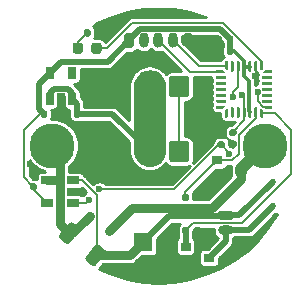
<source format=gtl>
%TF.GenerationSoftware,KiCad,Pcbnew,(5.1.8)-1*%
%TF.CreationDate,2021-07-21T00:03:38+02:00*%
%TF.ProjectId,PX12_Board,50583132-5f42-46f6-9172-642e6b696361,V1.0*%
%TF.SameCoordinates,Original*%
%TF.FileFunction,Copper,L1,Top*%
%TF.FilePolarity,Positive*%
%FSLAX46Y46*%
G04 Gerber Fmt 4.6, Leading zero omitted, Abs format (unit mm)*
G04 Created by KiCad (PCBNEW (5.1.8)-1) date 2021-07-21 00:03:38*
%MOMM*%
%LPD*%
G01*
G04 APERTURE LIST*
%TA.AperFunction,ComponentPad*%
%ADD10O,1.300000X0.800000*%
%TD*%
%TA.AperFunction,SMDPad,CuDef*%
%ADD11R,0.650000X1.060000*%
%TD*%
%TA.AperFunction,ComponentPad*%
%ADD12O,1.700000X1.850000*%
%TD*%
%TA.AperFunction,SMDPad,CuDef*%
%ADD13R,0.900000X0.800000*%
%TD*%
%TA.AperFunction,SMDPad,CuDef*%
%ADD14R,1.060000X0.650000*%
%TD*%
%TA.AperFunction,SMDPad,CuDef*%
%ADD15C,0.100000*%
%TD*%
%TA.AperFunction,ComponentPad*%
%ADD16R,1.600000X1.600000*%
%TD*%
%TA.AperFunction,ComponentPad*%
%ADD17C,1.600000*%
%TD*%
%TA.AperFunction,ComponentPad*%
%ADD18C,3.800000*%
%TD*%
%TA.AperFunction,SMDPad,CuDef*%
%ADD19R,0.450000X0.600000*%
%TD*%
%TA.AperFunction,ComponentPad*%
%ADD20O,0.800000X1.300000*%
%TD*%
%TA.AperFunction,ViaPad*%
%ADD21C,0.600000*%
%TD*%
%TA.AperFunction,Conductor*%
%ADD22C,0.200000*%
%TD*%
%TA.AperFunction,Conductor*%
%ADD23C,0.500000*%
%TD*%
%TA.AperFunction,Conductor*%
%ADD24C,0.300000*%
%TD*%
%TA.AperFunction,Conductor*%
%ADD25C,0.600000*%
%TD*%
%TA.AperFunction,Conductor*%
%ADD26C,1.000000*%
%TD*%
%TA.AperFunction,Conductor*%
%ADD27C,0.750000*%
%TD*%
%TA.AperFunction,Conductor*%
%ADD28C,0.254000*%
%TD*%
%TA.AperFunction,Conductor*%
%ADD29C,0.100000*%
%TD*%
G04 APERTURE END LIST*
%TO.P,VALVE1,1*%
%TO.N,VCC*%
%TA.AperFunction,ComponentPad*%
G36*
G01*
X180250000Y-105500000D02*
X181150000Y-105500000D01*
G75*
G02*
X181350000Y-105700000I0J-200000D01*
G01*
X181350000Y-106100000D01*
G75*
G02*
X181150000Y-106300000I-200000J0D01*
G01*
X180250000Y-106300000D01*
G75*
G02*
X180050000Y-106100000I0J200000D01*
G01*
X180050000Y-105700000D01*
G75*
G02*
X180250000Y-105500000I200000J0D01*
G01*
G37*
%TD.AperFunction*%
D10*
%TO.P,VALVE1,2*%
%TO.N,/VALVE_GND*%
X180700000Y-107150000D03*
%TD*%
D11*
%TO.P,U1,5*%
%TO.N,+3V3*%
X165800000Y-93850000D03*
%TO.P,U1,4*%
%TO.N,N/C*%
X167700000Y-93850000D03*
%TO.P,U1,3*%
%TO.N,VCC*%
X167700000Y-96050000D03*
%TO.P,U1,2*%
%TO.N,GND*%
X166750000Y-96050000D03*
%TO.P,U1,1*%
%TO.N,VCC*%
X165800000Y-96050000D03*
%TD*%
D12*
%TO.P,AX12_2,3*%
%TO.N,GND*%
X171750000Y-100500000D03*
%TO.P,AX12_2,2*%
%TO.N,VCC*%
X174250000Y-100500000D03*
%TO.P,AX12_2,1*%
%TO.N,SERIAL*%
%TA.AperFunction,ComponentPad*%
G36*
G01*
X177600000Y-99825000D02*
X177600000Y-101175000D01*
G75*
G02*
X177350000Y-101425000I-250000J0D01*
G01*
X176150000Y-101425000D01*
G75*
G02*
X175900000Y-101175000I0J250000D01*
G01*
X175900000Y-99825000D01*
G75*
G02*
X176150000Y-99575000I250000J0D01*
G01*
X177350000Y-99575000D01*
G75*
G02*
X177600000Y-99825000I0J-250000D01*
G01*
G37*
%TD.AperFunction*%
%TD*%
%TO.P,D3,1*%
%TO.N,Net-(D3-Pad1)*%
%TA.AperFunction,SMDPad,CuDef*%
G36*
G01*
X167737500Y-92006250D02*
X167737500Y-91493750D01*
G75*
G02*
X167956250Y-91275000I218750J0D01*
G01*
X168393750Y-91275000D01*
G75*
G02*
X168612500Y-91493750I0J-218750D01*
G01*
X168612500Y-92006250D01*
G75*
G02*
X168393750Y-92225000I-218750J0D01*
G01*
X167956250Y-92225000D01*
G75*
G02*
X167737500Y-92006250I0J218750D01*
G01*
G37*
%TD.AperFunction*%
%TO.P,D3,2*%
%TO.N,Net-(D3-Pad2)*%
%TA.AperFunction,SMDPad,CuDef*%
G36*
G01*
X169312500Y-92006250D02*
X169312500Y-91493750D01*
G75*
G02*
X169531250Y-91275000I218750J0D01*
G01*
X169968750Y-91275000D01*
G75*
G02*
X170187500Y-91493750I0J-218750D01*
G01*
X170187500Y-92006250D01*
G75*
G02*
X169968750Y-92225000I-218750J0D01*
G01*
X169531250Y-92225000D01*
G75*
G02*
X169312500Y-92006250I0J218750D01*
G01*
G37*
%TD.AperFunction*%
%TD*%
%TO.P,AX12_1,1*%
%TO.N,SERIAL*%
%TA.AperFunction,ComponentPad*%
G36*
G01*
X177600000Y-94325000D02*
X177600000Y-95675000D01*
G75*
G02*
X177350000Y-95925000I-250000J0D01*
G01*
X176150000Y-95925000D01*
G75*
G02*
X175900000Y-95675000I0J250000D01*
G01*
X175900000Y-94325000D01*
G75*
G02*
X176150000Y-94075000I250000J0D01*
G01*
X177350000Y-94075000D01*
G75*
G02*
X177600000Y-94325000I0J-250000D01*
G01*
G37*
%TD.AperFunction*%
%TO.P,AX12_1,2*%
%TO.N,VCC*%
X174250000Y-95000000D03*
%TO.P,AX12_1,3*%
%TO.N,GND*%
X171750000Y-95000000D03*
%TD*%
D13*
%TO.P,Q1,3*%
%TO.N,/PUMP_GND*%
X182000000Y-102200000D03*
%TO.P,Q1,2*%
%TO.N,GND*%
X180000000Y-103150000D03*
%TO.P,Q1,1*%
%TO.N,Pump*%
X180000000Y-101250000D03*
%TD*%
%TO.P,Q2,1*%
%TO.N,Valve*%
X177300000Y-108550000D03*
%TO.P,Q2,2*%
%TO.N,GND*%
X177300000Y-110450000D03*
%TO.P,Q2,3*%
%TO.N,/VALVE_GND*%
X179300000Y-109500000D03*
%TD*%
%TO.P,R2,1*%
%TO.N,VCC*%
%TA.AperFunction,SMDPad,CuDef*%
G36*
G01*
X170532644Y-109182788D02*
X169729156Y-110140348D01*
G75*
G02*
X169376952Y-110171162I-191509J160695D01*
G01*
X168898170Y-109769416D01*
G75*
G02*
X168867356Y-109417212I160695J191509D01*
G01*
X169670844Y-108459652D01*
G75*
G02*
X170023048Y-108428838I191509J-160695D01*
G01*
X170501830Y-108830584D01*
G75*
G02*
X170532644Y-109182788I-160695J-191509D01*
G01*
G37*
%TD.AperFunction*%
%TO.P,R2,2*%
%TO.N,/P-*%
%TA.AperFunction,SMDPad,CuDef*%
G36*
G01*
X168291964Y-107302634D02*
X167488476Y-108260194D01*
G75*
G02*
X167136272Y-108291008I-191509J160695D01*
G01*
X166657490Y-107889262D01*
G75*
G02*
X166626676Y-107537058I160695J191509D01*
G01*
X167430164Y-106579498D01*
G75*
G02*
X167782368Y-106548684I191509J-160695D01*
G01*
X168261150Y-106950430D01*
G75*
G02*
X168291964Y-107302634I-160695J-191509D01*
G01*
G37*
%TD.AperFunction*%
%TD*%
D14*
%TO.P,U2,1*%
%TO.N,Va*%
X167800000Y-104850000D03*
%TO.P,U2,2*%
%TO.N,GND*%
X167800000Y-103900000D03*
%TO.P,U2,3*%
%TO.N,VCC*%
X167800000Y-102950000D03*
%TO.P,U2,4*%
%TO.N,/P-*%
X165600000Y-102950000D03*
%TO.P,U2,5*%
%TO.N,+3V3*%
X165600000Y-104850000D03*
%TD*%
%TA.AperFunction,SMDPad,CuDef*%
D15*
%TO.P,U3,1*%
%TO.N,N/C*%
G36*
X180625865Y-97039861D02*
G01*
X180628425Y-97031419D01*
X180632584Y-97023639D01*
X180638180Y-97016820D01*
X180771820Y-96883180D01*
X180778639Y-96877584D01*
X180786419Y-96873425D01*
X180794861Y-96870865D01*
X180803640Y-96870000D01*
X180830000Y-96870000D01*
X180838779Y-96870865D01*
X180847221Y-96873425D01*
X180855001Y-96877584D01*
X180861820Y-96883180D01*
X180867416Y-96889999D01*
X180871575Y-96897779D01*
X180874135Y-96906221D01*
X180875000Y-96915000D01*
X180875000Y-97580000D01*
X180874135Y-97588779D01*
X180871575Y-97597221D01*
X180867416Y-97605001D01*
X180861820Y-97611820D01*
X180855001Y-97617416D01*
X180847221Y-97621575D01*
X180838779Y-97624135D01*
X180830000Y-97625000D01*
X180670000Y-97625000D01*
X180661221Y-97624135D01*
X180652779Y-97621575D01*
X180644999Y-97617416D01*
X180638180Y-97611820D01*
X180632584Y-97605001D01*
X180628425Y-97597221D01*
X180625865Y-97588779D01*
X180625000Y-97580000D01*
X180625000Y-97048640D01*
X180625865Y-97039861D01*
G37*
%TD.AperFunction*%
%TO.P,U3,2*%
%TA.AperFunction,SMDPad,CuDef*%
G36*
G01*
X181312500Y-97625000D02*
X181187500Y-97625000D01*
G75*
G02*
X181125000Y-97562500I0J62500D01*
G01*
X181125000Y-96812500D01*
G75*
G02*
X181187500Y-96750000I62500J0D01*
G01*
X181312500Y-96750000D01*
G75*
G02*
X181375000Y-96812500I0J-62500D01*
G01*
X181375000Y-97562500D01*
G75*
G02*
X181312500Y-97625000I-62500J0D01*
G01*
G37*
%TD.AperFunction*%
%TO.P,U3,3*%
%TA.AperFunction,SMDPad,CuDef*%
G36*
G01*
X181812500Y-97625000D02*
X181687500Y-97625000D01*
G75*
G02*
X181625000Y-97562500I0J62500D01*
G01*
X181625000Y-96812500D01*
G75*
G02*
X181687500Y-96750000I62500J0D01*
G01*
X181812500Y-96750000D01*
G75*
G02*
X181875000Y-96812500I0J-62500D01*
G01*
X181875000Y-97562500D01*
G75*
G02*
X181812500Y-97625000I-62500J0D01*
G01*
G37*
%TD.AperFunction*%
%TO.P,U3,4*%
%TO.N,RST*%
%TA.AperFunction,SMDPad,CuDef*%
G36*
G01*
X182312500Y-97625000D02*
X182187500Y-97625000D01*
G75*
G02*
X182125000Y-97562500I0J62500D01*
G01*
X182125000Y-96812500D01*
G75*
G02*
X182187500Y-96750000I62500J0D01*
G01*
X182312500Y-96750000D01*
G75*
G02*
X182375000Y-96812500I0J-62500D01*
G01*
X182375000Y-97562500D01*
G75*
G02*
X182312500Y-97625000I-62500J0D01*
G01*
G37*
%TD.AperFunction*%
%TO.P,U3,5*%
%TO.N,+3V3*%
%TA.AperFunction,SMDPad,CuDef*%
G36*
G01*
X182812500Y-97625000D02*
X182687500Y-97625000D01*
G75*
G02*
X182625000Y-97562500I0J62500D01*
G01*
X182625000Y-96812500D01*
G75*
G02*
X182687500Y-96750000I62500J0D01*
G01*
X182812500Y-96750000D01*
G75*
G02*
X182875000Y-96812500I0J-62500D01*
G01*
X182875000Y-97562500D01*
G75*
G02*
X182812500Y-97625000I-62500J0D01*
G01*
G37*
%TD.AperFunction*%
%TO.P,U3,6*%
%TO.N,Pump*%
%TA.AperFunction,SMDPad,CuDef*%
G36*
G01*
X183312500Y-97625000D02*
X183187500Y-97625000D01*
G75*
G02*
X183125000Y-97562500I0J62500D01*
G01*
X183125000Y-96812500D01*
G75*
G02*
X183187500Y-96750000I62500J0D01*
G01*
X183312500Y-96750000D01*
G75*
G02*
X183375000Y-96812500I0J-62500D01*
G01*
X183375000Y-97562500D01*
G75*
G02*
X183312500Y-97625000I-62500J0D01*
G01*
G37*
%TD.AperFunction*%
%TA.AperFunction,SMDPad,CuDef*%
%TO.P,U3,7*%
%TO.N,Valve*%
G36*
X183625865Y-96906221D02*
G01*
X183628425Y-96897779D01*
X183632584Y-96889999D01*
X183638180Y-96883180D01*
X183644999Y-96877584D01*
X183652779Y-96873425D01*
X183661221Y-96870865D01*
X183670000Y-96870000D01*
X183696360Y-96870000D01*
X183705139Y-96870865D01*
X183713581Y-96873425D01*
X183721361Y-96877584D01*
X183728180Y-96883180D01*
X183861820Y-97016820D01*
X183867416Y-97023639D01*
X183871575Y-97031419D01*
X183874135Y-97039861D01*
X183875000Y-97048640D01*
X183875000Y-97580000D01*
X183874135Y-97588779D01*
X183871575Y-97597221D01*
X183867416Y-97605001D01*
X183861820Y-97611820D01*
X183855001Y-97617416D01*
X183847221Y-97621575D01*
X183838779Y-97624135D01*
X183830000Y-97625000D01*
X183670000Y-97625000D01*
X183661221Y-97624135D01*
X183652779Y-97621575D01*
X183644999Y-97617416D01*
X183638180Y-97611820D01*
X183632584Y-97605001D01*
X183628425Y-97597221D01*
X183625865Y-97588779D01*
X183625000Y-97580000D01*
X183625000Y-96915000D01*
X183625865Y-96906221D01*
G37*
%TD.AperFunction*%
%TA.AperFunction,SMDPad,CuDef*%
%TO.P,U3,8*%
%TO.N,Va*%
G36*
X183870865Y-96661221D02*
G01*
X183873425Y-96652779D01*
X183877584Y-96644999D01*
X183883180Y-96638180D01*
X183889999Y-96632584D01*
X183897779Y-96628425D01*
X183906221Y-96625865D01*
X183915000Y-96625000D01*
X184580000Y-96625000D01*
X184588779Y-96625865D01*
X184597221Y-96628425D01*
X184605001Y-96632584D01*
X184611820Y-96638180D01*
X184617416Y-96644999D01*
X184621575Y-96652779D01*
X184624135Y-96661221D01*
X184625000Y-96670000D01*
X184625000Y-96830000D01*
X184624135Y-96838779D01*
X184621575Y-96847221D01*
X184617416Y-96855001D01*
X184611820Y-96861820D01*
X184605001Y-96867416D01*
X184597221Y-96871575D01*
X184588779Y-96874135D01*
X184580000Y-96875000D01*
X184048640Y-96875000D01*
X184039861Y-96874135D01*
X184031419Y-96871575D01*
X184023639Y-96867416D01*
X184016820Y-96861820D01*
X183883180Y-96728180D01*
X183877584Y-96721361D01*
X183873425Y-96713581D01*
X183870865Y-96705139D01*
X183870000Y-96696360D01*
X183870000Y-96670000D01*
X183870865Y-96661221D01*
G37*
%TD.AperFunction*%
%TO.P,U3,9*%
%TO.N,N/C*%
%TA.AperFunction,SMDPad,CuDef*%
G36*
G01*
X184562500Y-96375000D02*
X183812500Y-96375000D01*
G75*
G02*
X183750000Y-96312500I0J62500D01*
G01*
X183750000Y-96187500D01*
G75*
G02*
X183812500Y-96125000I62500J0D01*
G01*
X184562500Y-96125000D01*
G75*
G02*
X184625000Y-96187500I0J-62500D01*
G01*
X184625000Y-96312500D01*
G75*
G02*
X184562500Y-96375000I-62500J0D01*
G01*
G37*
%TD.AperFunction*%
%TO.P,U3,10*%
%TA.AperFunction,SMDPad,CuDef*%
G36*
G01*
X184562500Y-95875000D02*
X183812500Y-95875000D01*
G75*
G02*
X183750000Y-95812500I0J62500D01*
G01*
X183750000Y-95687500D01*
G75*
G02*
X183812500Y-95625000I62500J0D01*
G01*
X184562500Y-95625000D01*
G75*
G02*
X184625000Y-95687500I0J-62500D01*
G01*
X184625000Y-95812500D01*
G75*
G02*
X184562500Y-95875000I-62500J0D01*
G01*
G37*
%TD.AperFunction*%
%TO.P,U3,11*%
%TA.AperFunction,SMDPad,CuDef*%
G36*
G01*
X184562500Y-95375000D02*
X183812500Y-95375000D01*
G75*
G02*
X183750000Y-95312500I0J62500D01*
G01*
X183750000Y-95187500D01*
G75*
G02*
X183812500Y-95125000I62500J0D01*
G01*
X184562500Y-95125000D01*
G75*
G02*
X184625000Y-95187500I0J-62500D01*
G01*
X184625000Y-95312500D01*
G75*
G02*
X184562500Y-95375000I-62500J0D01*
G01*
G37*
%TD.AperFunction*%
%TO.P,U3,12*%
%TA.AperFunction,SMDPad,CuDef*%
G36*
G01*
X184562500Y-94875000D02*
X183812500Y-94875000D01*
G75*
G02*
X183750000Y-94812500I0J62500D01*
G01*
X183750000Y-94687500D01*
G75*
G02*
X183812500Y-94625000I62500J0D01*
G01*
X184562500Y-94625000D01*
G75*
G02*
X184625000Y-94687500I0J-62500D01*
G01*
X184625000Y-94812500D01*
G75*
G02*
X184562500Y-94875000I-62500J0D01*
G01*
G37*
%TD.AperFunction*%
%TO.P,U3,13*%
%TA.AperFunction,SMDPad,CuDef*%
G36*
G01*
X184562500Y-94375000D02*
X183812500Y-94375000D01*
G75*
G02*
X183750000Y-94312500I0J62500D01*
G01*
X183750000Y-94187500D01*
G75*
G02*
X183812500Y-94125000I62500J0D01*
G01*
X184562500Y-94125000D01*
G75*
G02*
X184625000Y-94187500I0J-62500D01*
G01*
X184625000Y-94312500D01*
G75*
G02*
X184562500Y-94375000I-62500J0D01*
G01*
G37*
%TD.AperFunction*%
%TA.AperFunction,SMDPad,CuDef*%
%TO.P,U3,14*%
G36*
X183870865Y-93794861D02*
G01*
X183873425Y-93786419D01*
X183877584Y-93778639D01*
X183883180Y-93771820D01*
X184016820Y-93638180D01*
X184023639Y-93632584D01*
X184031419Y-93628425D01*
X184039861Y-93625865D01*
X184048640Y-93625000D01*
X184580000Y-93625000D01*
X184588779Y-93625865D01*
X184597221Y-93628425D01*
X184605001Y-93632584D01*
X184611820Y-93638180D01*
X184617416Y-93644999D01*
X184621575Y-93652779D01*
X184624135Y-93661221D01*
X184625000Y-93670000D01*
X184625000Y-93830000D01*
X184624135Y-93838779D01*
X184621575Y-93847221D01*
X184617416Y-93855001D01*
X184611820Y-93861820D01*
X184605001Y-93867416D01*
X184597221Y-93871575D01*
X184588779Y-93874135D01*
X184580000Y-93875000D01*
X183915000Y-93875000D01*
X183906221Y-93874135D01*
X183897779Y-93871575D01*
X183889999Y-93867416D01*
X183883180Y-93861820D01*
X183877584Y-93855001D01*
X183873425Y-93847221D01*
X183870865Y-93838779D01*
X183870000Y-93830000D01*
X183870000Y-93803640D01*
X183870865Y-93794861D01*
G37*
%TD.AperFunction*%
%TA.AperFunction,SMDPad,CuDef*%
%TO.P,U3,15*%
%TO.N,Net-(D3-Pad2)*%
G36*
X183625865Y-92911221D02*
G01*
X183628425Y-92902779D01*
X183632584Y-92894999D01*
X183638180Y-92888180D01*
X183644999Y-92882584D01*
X183652779Y-92878425D01*
X183661221Y-92875865D01*
X183670000Y-92875000D01*
X183830000Y-92875000D01*
X183838779Y-92875865D01*
X183847221Y-92878425D01*
X183855001Y-92882584D01*
X183861820Y-92888180D01*
X183867416Y-92894999D01*
X183871575Y-92902779D01*
X183874135Y-92911221D01*
X183875000Y-92920000D01*
X183875000Y-93451360D01*
X183874135Y-93460139D01*
X183871575Y-93468581D01*
X183867416Y-93476361D01*
X183861820Y-93483180D01*
X183728180Y-93616820D01*
X183721361Y-93622416D01*
X183713581Y-93626575D01*
X183705139Y-93629135D01*
X183696360Y-93630000D01*
X183670000Y-93630000D01*
X183661221Y-93629135D01*
X183652779Y-93626575D01*
X183644999Y-93622416D01*
X183638180Y-93616820D01*
X183632584Y-93610001D01*
X183628425Y-93602221D01*
X183625865Y-93593779D01*
X183625000Y-93585000D01*
X183625000Y-92920000D01*
X183625865Y-92911221D01*
G37*
%TD.AperFunction*%
%TO.P,U3,16*%
%TO.N,GND*%
%TA.AperFunction,SMDPad,CuDef*%
G36*
G01*
X183312500Y-93750000D02*
X183187500Y-93750000D01*
G75*
G02*
X183125000Y-93687500I0J62500D01*
G01*
X183125000Y-92937500D01*
G75*
G02*
X183187500Y-92875000I62500J0D01*
G01*
X183312500Y-92875000D01*
G75*
G02*
X183375000Y-92937500I0J-62500D01*
G01*
X183375000Y-93687500D01*
G75*
G02*
X183312500Y-93750000I-62500J0D01*
G01*
G37*
%TD.AperFunction*%
%TO.P,U3,17*%
%TO.N,+3V3*%
%TA.AperFunction,SMDPad,CuDef*%
G36*
G01*
X182812500Y-93750000D02*
X182687500Y-93750000D01*
G75*
G02*
X182625000Y-93687500I0J62500D01*
G01*
X182625000Y-92937500D01*
G75*
G02*
X182687500Y-92875000I62500J0D01*
G01*
X182812500Y-92875000D01*
G75*
G02*
X182875000Y-92937500I0J-62500D01*
G01*
X182875000Y-93687500D01*
G75*
G02*
X182812500Y-93750000I-62500J0D01*
G01*
G37*
%TD.AperFunction*%
%TO.P,U3,18*%
%TA.AperFunction,SMDPad,CuDef*%
G36*
G01*
X182312500Y-93750000D02*
X182187500Y-93750000D01*
G75*
G02*
X182125000Y-93687500I0J62500D01*
G01*
X182125000Y-92937500D01*
G75*
G02*
X182187500Y-92875000I62500J0D01*
G01*
X182312500Y-92875000D01*
G75*
G02*
X182375000Y-92937500I0J-62500D01*
G01*
X182375000Y-93687500D01*
G75*
G02*
X182312500Y-93750000I-62500J0D01*
G01*
G37*
%TD.AperFunction*%
%TO.P,U3,19*%
%TO.N,SERIAL*%
%TA.AperFunction,SMDPad,CuDef*%
G36*
G01*
X181812500Y-93750000D02*
X181687500Y-93750000D01*
G75*
G02*
X181625000Y-93687500I0J62500D01*
G01*
X181625000Y-92937500D01*
G75*
G02*
X181687500Y-92875000I62500J0D01*
G01*
X181812500Y-92875000D01*
G75*
G02*
X181875000Y-92937500I0J-62500D01*
G01*
X181875000Y-93687500D01*
G75*
G02*
X181812500Y-93750000I-62500J0D01*
G01*
G37*
%TD.AperFunction*%
%TO.P,U3,20*%
%TO.N,N/C*%
%TA.AperFunction,SMDPad,CuDef*%
G36*
G01*
X181312500Y-93750000D02*
X181187500Y-93750000D01*
G75*
G02*
X181125000Y-93687500I0J62500D01*
G01*
X181125000Y-92937500D01*
G75*
G02*
X181187500Y-92875000I62500J0D01*
G01*
X181312500Y-92875000D01*
G75*
G02*
X181375000Y-92937500I0J-62500D01*
G01*
X181375000Y-93687500D01*
G75*
G02*
X181312500Y-93750000I-62500J0D01*
G01*
G37*
%TD.AperFunction*%
%TA.AperFunction,SMDPad,CuDef*%
%TO.P,U3,21*%
%TO.N,SWDIO*%
G36*
X180625865Y-92911221D02*
G01*
X180628425Y-92902779D01*
X180632584Y-92894999D01*
X180638180Y-92888180D01*
X180644999Y-92882584D01*
X180652779Y-92878425D01*
X180661221Y-92875865D01*
X180670000Y-92875000D01*
X180830000Y-92875000D01*
X180838779Y-92875865D01*
X180847221Y-92878425D01*
X180855001Y-92882584D01*
X180861820Y-92888180D01*
X180867416Y-92894999D01*
X180871575Y-92902779D01*
X180874135Y-92911221D01*
X180875000Y-92920000D01*
X180875000Y-93585000D01*
X180874135Y-93593779D01*
X180871575Y-93602221D01*
X180867416Y-93610001D01*
X180861820Y-93616820D01*
X180855001Y-93622416D01*
X180847221Y-93626575D01*
X180838779Y-93629135D01*
X180830000Y-93630000D01*
X180803640Y-93630000D01*
X180794861Y-93629135D01*
X180786419Y-93626575D01*
X180778639Y-93622416D01*
X180771820Y-93616820D01*
X180638180Y-93483180D01*
X180632584Y-93476361D01*
X180628425Y-93468581D01*
X180625865Y-93460139D01*
X180625000Y-93451360D01*
X180625000Y-92920000D01*
X180625865Y-92911221D01*
G37*
%TD.AperFunction*%
%TA.AperFunction,SMDPad,CuDef*%
%TO.P,U3,22*%
%TO.N,SWCLK*%
G36*
X179875865Y-93661221D02*
G01*
X179878425Y-93652779D01*
X179882584Y-93644999D01*
X179888180Y-93638180D01*
X179894999Y-93632584D01*
X179902779Y-93628425D01*
X179911221Y-93625865D01*
X179920000Y-93625000D01*
X180451360Y-93625000D01*
X180460139Y-93625865D01*
X180468581Y-93628425D01*
X180476361Y-93632584D01*
X180483180Y-93638180D01*
X180616820Y-93771820D01*
X180622416Y-93778639D01*
X180626575Y-93786419D01*
X180629135Y-93794861D01*
X180630000Y-93803640D01*
X180630000Y-93830000D01*
X180629135Y-93838779D01*
X180626575Y-93847221D01*
X180622416Y-93855001D01*
X180616820Y-93861820D01*
X180610001Y-93867416D01*
X180602221Y-93871575D01*
X180593779Y-93874135D01*
X180585000Y-93875000D01*
X179920000Y-93875000D01*
X179911221Y-93874135D01*
X179902779Y-93871575D01*
X179894999Y-93867416D01*
X179888180Y-93861820D01*
X179882584Y-93855001D01*
X179878425Y-93847221D01*
X179875865Y-93838779D01*
X179875000Y-93830000D01*
X179875000Y-93670000D01*
X179875865Y-93661221D01*
G37*
%TD.AperFunction*%
%TO.P,U3,23*%
%TO.N,N/C*%
%TA.AperFunction,SMDPad,CuDef*%
G36*
G01*
X180687500Y-94375000D02*
X179937500Y-94375000D01*
G75*
G02*
X179875000Y-94312500I0J62500D01*
G01*
X179875000Y-94187500D01*
G75*
G02*
X179937500Y-94125000I62500J0D01*
G01*
X180687500Y-94125000D01*
G75*
G02*
X180750000Y-94187500I0J-62500D01*
G01*
X180750000Y-94312500D01*
G75*
G02*
X180687500Y-94375000I-62500J0D01*
G01*
G37*
%TD.AperFunction*%
%TO.P,U3,24*%
%TA.AperFunction,SMDPad,CuDef*%
G36*
G01*
X180687500Y-94875000D02*
X179937500Y-94875000D01*
G75*
G02*
X179875000Y-94812500I0J62500D01*
G01*
X179875000Y-94687500D01*
G75*
G02*
X179937500Y-94625000I62500J0D01*
G01*
X180687500Y-94625000D01*
G75*
G02*
X180750000Y-94687500I0J-62500D01*
G01*
X180750000Y-94812500D01*
G75*
G02*
X180687500Y-94875000I-62500J0D01*
G01*
G37*
%TD.AperFunction*%
%TO.P,U3,25*%
%TA.AperFunction,SMDPad,CuDef*%
G36*
G01*
X180687500Y-95375000D02*
X179937500Y-95375000D01*
G75*
G02*
X179875000Y-95312500I0J62500D01*
G01*
X179875000Y-95187500D01*
G75*
G02*
X179937500Y-95125000I62500J0D01*
G01*
X180687500Y-95125000D01*
G75*
G02*
X180750000Y-95187500I0J-62500D01*
G01*
X180750000Y-95312500D01*
G75*
G02*
X180687500Y-95375000I-62500J0D01*
G01*
G37*
%TD.AperFunction*%
%TO.P,U3,26*%
%TA.AperFunction,SMDPad,CuDef*%
G36*
G01*
X180687500Y-95875000D02*
X179937500Y-95875000D01*
G75*
G02*
X179875000Y-95812500I0J62500D01*
G01*
X179875000Y-95687500D01*
G75*
G02*
X179937500Y-95625000I62500J0D01*
G01*
X180687500Y-95625000D01*
G75*
G02*
X180750000Y-95687500I0J-62500D01*
G01*
X180750000Y-95812500D01*
G75*
G02*
X180687500Y-95875000I-62500J0D01*
G01*
G37*
%TD.AperFunction*%
%TO.P,U3,27*%
%TA.AperFunction,SMDPad,CuDef*%
G36*
G01*
X180687500Y-96375000D02*
X179937500Y-96375000D01*
G75*
G02*
X179875000Y-96312500I0J62500D01*
G01*
X179875000Y-96187500D01*
G75*
G02*
X179937500Y-96125000I62500J0D01*
G01*
X180687500Y-96125000D01*
G75*
G02*
X180750000Y-96187500I0J-62500D01*
G01*
X180750000Y-96312500D01*
G75*
G02*
X180687500Y-96375000I-62500J0D01*
G01*
G37*
%TD.AperFunction*%
%TA.AperFunction,SMDPad,CuDef*%
%TO.P,U3,28*%
G36*
X179875865Y-96661221D02*
G01*
X179878425Y-96652779D01*
X179882584Y-96644999D01*
X179888180Y-96638180D01*
X179894999Y-96632584D01*
X179902779Y-96628425D01*
X179911221Y-96625865D01*
X179920000Y-96625000D01*
X180585000Y-96625000D01*
X180593779Y-96625865D01*
X180602221Y-96628425D01*
X180610001Y-96632584D01*
X180616820Y-96638180D01*
X180622416Y-96644999D01*
X180626575Y-96652779D01*
X180629135Y-96661221D01*
X180630000Y-96670000D01*
X180630000Y-96696360D01*
X180629135Y-96705139D01*
X180626575Y-96713581D01*
X180622416Y-96721361D01*
X180616820Y-96728180D01*
X180483180Y-96861820D01*
X180476361Y-96867416D01*
X180468581Y-96871575D01*
X180460139Y-96874135D01*
X180451360Y-96875000D01*
X179920000Y-96875000D01*
X179911221Y-96874135D01*
X179902779Y-96871575D01*
X179894999Y-96867416D01*
X179888180Y-96861820D01*
X179882584Y-96855001D01*
X179878425Y-96847221D01*
X179875865Y-96838779D01*
X179875000Y-96830000D01*
X179875000Y-96670000D01*
X179875865Y-96661221D01*
G37*
%TD.AperFunction*%
%TD*%
D16*
%TO.P,C4,1*%
%TO.N,VCC*%
X173700000Y-108200000D03*
D17*
%TO.P,C4,2*%
%TO.N,GND*%
X173700000Y-110200000D03*
%TD*%
D18*
%TO.P,PGND,1*%
%TO.N,/PUMP_GND*%
X184000000Y-100000000D03*
%TD*%
%TO.P,PVCC,1*%
%TO.N,/P-*%
X166000000Y-100000000D03*
%TD*%
%TO.P,C1,2*%
%TO.N,GND*%
%TA.AperFunction,SMDPad,CuDef*%
G36*
G01*
X180380000Y-90830000D02*
X180380000Y-91170000D01*
G75*
G02*
X180240000Y-91310000I-140000J0D01*
G01*
X179960000Y-91310000D01*
G75*
G02*
X179820000Y-91170000I0J140000D01*
G01*
X179820000Y-90830000D01*
G75*
G02*
X179960000Y-90690000I140000J0D01*
G01*
X180240000Y-90690000D01*
G75*
G02*
X180380000Y-90830000I0J-140000D01*
G01*
G37*
%TD.AperFunction*%
%TO.P,C1,1*%
%TO.N,+3V3*%
%TA.AperFunction,SMDPad,CuDef*%
G36*
G01*
X181340000Y-90830000D02*
X181340000Y-91170000D01*
G75*
G02*
X181200000Y-91310000I-140000J0D01*
G01*
X180920000Y-91310000D01*
G75*
G02*
X180780000Y-91170000I0J140000D01*
G01*
X180780000Y-90830000D01*
G75*
G02*
X180920000Y-90690000I140000J0D01*
G01*
X181200000Y-90690000D01*
G75*
G02*
X181340000Y-90830000I0J-140000D01*
G01*
G37*
%TD.AperFunction*%
%TD*%
%TO.P,C2,1*%
%TO.N,+3V3*%
%TA.AperFunction,SMDPad,CuDef*%
G36*
G01*
X164570000Y-103760000D02*
X164230000Y-103760000D01*
G75*
G02*
X164090000Y-103620000I0J140000D01*
G01*
X164090000Y-103340000D01*
G75*
G02*
X164230000Y-103200000I140000J0D01*
G01*
X164570000Y-103200000D01*
G75*
G02*
X164710000Y-103340000I0J-140000D01*
G01*
X164710000Y-103620000D01*
G75*
G02*
X164570000Y-103760000I-140000J0D01*
G01*
G37*
%TD.AperFunction*%
%TO.P,C2,2*%
%TO.N,GND*%
%TA.AperFunction,SMDPad,CuDef*%
G36*
G01*
X164570000Y-102800000D02*
X164230000Y-102800000D01*
G75*
G02*
X164090000Y-102660000I0J140000D01*
G01*
X164090000Y-102380000D01*
G75*
G02*
X164230000Y-102240000I140000J0D01*
G01*
X164570000Y-102240000D01*
G75*
G02*
X164710000Y-102380000I0J-140000D01*
G01*
X164710000Y-102660000D01*
G75*
G02*
X164570000Y-102800000I-140000J0D01*
G01*
G37*
%TD.AperFunction*%
%TD*%
%TO.P,C3,2*%
%TO.N,GND*%
%TA.AperFunction,SMDPad,CuDef*%
G36*
G01*
X180380000Y-91830000D02*
X180380000Y-92170000D01*
G75*
G02*
X180240000Y-92310000I-140000J0D01*
G01*
X179960000Y-92310000D01*
G75*
G02*
X179820000Y-92170000I0J140000D01*
G01*
X179820000Y-91830000D01*
G75*
G02*
X179960000Y-91690000I140000J0D01*
G01*
X180240000Y-91690000D01*
G75*
G02*
X180380000Y-91830000I0J-140000D01*
G01*
G37*
%TD.AperFunction*%
%TO.P,C3,1*%
%TO.N,+3V3*%
%TA.AperFunction,SMDPad,CuDef*%
G36*
G01*
X181340000Y-91830000D02*
X181340000Y-92170000D01*
G75*
G02*
X181200000Y-92310000I-140000J0D01*
G01*
X180920000Y-92310000D01*
G75*
G02*
X180780000Y-92170000I0J140000D01*
G01*
X180780000Y-91830000D01*
G75*
G02*
X180920000Y-91690000I140000J0D01*
G01*
X181200000Y-91690000D01*
G75*
G02*
X181340000Y-91830000I0J-140000D01*
G01*
G37*
%TD.AperFunction*%
%TD*%
%TO.P,C5,1*%
%TO.N,VCC*%
%TA.AperFunction,SMDPad,CuDef*%
G36*
G01*
X168380000Y-97180000D02*
X168380000Y-97520000D01*
G75*
G02*
X168240000Y-97660000I-140000J0D01*
G01*
X167960000Y-97660000D01*
G75*
G02*
X167820000Y-97520000I0J140000D01*
G01*
X167820000Y-97180000D01*
G75*
G02*
X167960000Y-97040000I140000J0D01*
G01*
X168240000Y-97040000D01*
G75*
G02*
X168380000Y-97180000I0J-140000D01*
G01*
G37*
%TD.AperFunction*%
%TO.P,C5,2*%
%TO.N,GND*%
%TA.AperFunction,SMDPad,CuDef*%
G36*
G01*
X167420000Y-97180000D02*
X167420000Y-97520000D01*
G75*
G02*
X167280000Y-97660000I-140000J0D01*
G01*
X167000000Y-97660000D01*
G75*
G02*
X166860000Y-97520000I0J140000D01*
G01*
X166860000Y-97180000D01*
G75*
G02*
X167000000Y-97040000I140000J0D01*
G01*
X167280000Y-97040000D01*
G75*
G02*
X167420000Y-97180000I0J-140000D01*
G01*
G37*
%TD.AperFunction*%
%TD*%
%TO.P,C6,2*%
%TO.N,GND*%
%TA.AperFunction,SMDPad,CuDef*%
G36*
G01*
X166000000Y-97520000D02*
X166000000Y-97180000D01*
G75*
G02*
X166140000Y-97040000I140000J0D01*
G01*
X166420000Y-97040000D01*
G75*
G02*
X166560000Y-97180000I0J-140000D01*
G01*
X166560000Y-97520000D01*
G75*
G02*
X166420000Y-97660000I-140000J0D01*
G01*
X166140000Y-97660000D01*
G75*
G02*
X166000000Y-97520000I0J140000D01*
G01*
G37*
%TD.AperFunction*%
%TO.P,C6,1*%
%TO.N,+3V3*%
%TA.AperFunction,SMDPad,CuDef*%
G36*
G01*
X165040000Y-97520000D02*
X165040000Y-97180000D01*
G75*
G02*
X165180000Y-97040000I140000J0D01*
G01*
X165460000Y-97040000D01*
G75*
G02*
X165600000Y-97180000I0J-140000D01*
G01*
X165600000Y-97520000D01*
G75*
G02*
X165460000Y-97660000I-140000J0D01*
G01*
X165180000Y-97660000D01*
G75*
G02*
X165040000Y-97520000I0J140000D01*
G01*
G37*
%TD.AperFunction*%
%TD*%
%TO.P,C7,1*%
%TO.N,RST*%
%TA.AperFunction,SMDPad,CuDef*%
G36*
G01*
X181130000Y-98640000D02*
X181470000Y-98640000D01*
G75*
G02*
X181610000Y-98780000I0J-140000D01*
G01*
X181610000Y-99060000D01*
G75*
G02*
X181470000Y-99200000I-140000J0D01*
G01*
X181130000Y-99200000D01*
G75*
G02*
X180990000Y-99060000I0J140000D01*
G01*
X180990000Y-98780000D01*
G75*
G02*
X181130000Y-98640000I140000J0D01*
G01*
G37*
%TD.AperFunction*%
%TO.P,C7,2*%
%TO.N,GND*%
%TA.AperFunction,SMDPad,CuDef*%
G36*
G01*
X181130000Y-99600000D02*
X181470000Y-99600000D01*
G75*
G02*
X181610000Y-99740000I0J-140000D01*
G01*
X181610000Y-100020000D01*
G75*
G02*
X181470000Y-100160000I-140000J0D01*
G01*
X181130000Y-100160000D01*
G75*
G02*
X180990000Y-100020000I0J140000D01*
G01*
X180990000Y-99740000D01*
G75*
G02*
X181130000Y-99600000I140000J0D01*
G01*
G37*
%TD.AperFunction*%
%TD*%
%TA.AperFunction,SMDPad,CuDef*%
D15*
%TO.P,D1,1*%
%TO.N,/P-*%
G36*
X168821212Y-105904597D02*
G01*
X169110467Y-105559877D01*
X169570094Y-105945549D01*
X169280839Y-106290269D01*
X168821212Y-105904597D01*
G37*
%TD.AperFunction*%
%TA.AperFunction,SMDPad,CuDef*%
%TO.P,D1,2*%
%TO.N,/PUMP_GND*%
G36*
X170429906Y-107254451D02*
G01*
X170719161Y-106909731D01*
X171178788Y-107295403D01*
X170889533Y-107640123D01*
X170429906Y-107254451D01*
G37*
%TD.AperFunction*%
%TD*%
D19*
%TO.P,D2,2*%
%TO.N,/VALVE_GND*%
X184700000Y-105150000D03*
%TO.P,D2,1*%
%TO.N,VCC*%
X184700000Y-103050000D03*
%TD*%
%TO.P,R1,2*%
%TO.N,GND*%
%TA.AperFunction,SMDPad,CuDef*%
G36*
G01*
X178040000Y-104585000D02*
X178040000Y-104215000D01*
G75*
G02*
X178175000Y-104080000I135000J0D01*
G01*
X178445000Y-104080000D01*
G75*
G02*
X178580000Y-104215000I0J-135000D01*
G01*
X178580000Y-104585000D01*
G75*
G02*
X178445000Y-104720000I-135000J0D01*
G01*
X178175000Y-104720000D01*
G75*
G02*
X178040000Y-104585000I0J135000D01*
G01*
G37*
%TD.AperFunction*%
%TO.P,R1,1*%
%TO.N,Pump*%
%TA.AperFunction,SMDPad,CuDef*%
G36*
G01*
X177020000Y-104585000D02*
X177020000Y-104215000D01*
G75*
G02*
X177155000Y-104080000I135000J0D01*
G01*
X177425000Y-104080000D01*
G75*
G02*
X177560000Y-104215000I0J-135000D01*
G01*
X177560000Y-104585000D01*
G75*
G02*
X177425000Y-104720000I-135000J0D01*
G01*
X177155000Y-104720000D01*
G75*
G02*
X177020000Y-104585000I0J135000D01*
G01*
G37*
%TD.AperFunction*%
%TD*%
%TO.P,R3,1*%
%TO.N,Valve*%
%TA.AperFunction,SMDPad,CuDef*%
G36*
G01*
X177020000Y-107385000D02*
X177020000Y-107015000D01*
G75*
G02*
X177155000Y-106880000I135000J0D01*
G01*
X177425000Y-106880000D01*
G75*
G02*
X177560000Y-107015000I0J-135000D01*
G01*
X177560000Y-107385000D01*
G75*
G02*
X177425000Y-107520000I-135000J0D01*
G01*
X177155000Y-107520000D01*
G75*
G02*
X177020000Y-107385000I0J135000D01*
G01*
G37*
%TD.AperFunction*%
%TO.P,R3,2*%
%TO.N,GND*%
%TA.AperFunction,SMDPad,CuDef*%
G36*
G01*
X178040000Y-107385000D02*
X178040000Y-107015000D01*
G75*
G02*
X178175000Y-106880000I135000J0D01*
G01*
X178445000Y-106880000D01*
G75*
G02*
X178580000Y-107015000I0J-135000D01*
G01*
X178580000Y-107385000D01*
G75*
G02*
X178445000Y-107520000I-135000J0D01*
G01*
X178175000Y-107520000D01*
G75*
G02*
X178040000Y-107385000I0J135000D01*
G01*
G37*
%TD.AperFunction*%
%TD*%
%TO.P,R4,1*%
%TO.N,Net-(D3-Pad1)*%
%TA.AperFunction,SMDPad,CuDef*%
G36*
G01*
X168710000Y-90635000D02*
X168710000Y-90265000D01*
G75*
G02*
X168845000Y-90130000I135000J0D01*
G01*
X169115000Y-90130000D01*
G75*
G02*
X169250000Y-90265000I0J-135000D01*
G01*
X169250000Y-90635000D01*
G75*
G02*
X169115000Y-90770000I-135000J0D01*
G01*
X168845000Y-90770000D01*
G75*
G02*
X168710000Y-90635000I0J135000D01*
G01*
G37*
%TD.AperFunction*%
%TO.P,R4,2*%
%TO.N,GND*%
%TA.AperFunction,SMDPad,CuDef*%
G36*
G01*
X169730000Y-90635000D02*
X169730000Y-90265000D01*
G75*
G02*
X169865000Y-90130000I135000J0D01*
G01*
X170135000Y-90130000D01*
G75*
G02*
X170270000Y-90265000I0J-135000D01*
G01*
X170270000Y-90635000D01*
G75*
G02*
X170135000Y-90770000I-135000J0D01*
G01*
X169865000Y-90770000D01*
G75*
G02*
X169730000Y-90635000I0J135000D01*
G01*
G37*
%TD.AperFunction*%
%TD*%
%TO.P,R5,2*%
%TO.N,GND*%
%TA.AperFunction,SMDPad,CuDef*%
G36*
G01*
X180485000Y-99160000D02*
X180115000Y-99160000D01*
G75*
G02*
X179980000Y-99025000I0J135000D01*
G01*
X179980000Y-98755000D01*
G75*
G02*
X180115000Y-98620000I135000J0D01*
G01*
X180485000Y-98620000D01*
G75*
G02*
X180620000Y-98755000I0J-135000D01*
G01*
X180620000Y-99025000D01*
G75*
G02*
X180485000Y-99160000I-135000J0D01*
G01*
G37*
%TD.AperFunction*%
%TO.P,R5,1*%
%TO.N,Va*%
%TA.AperFunction,SMDPad,CuDef*%
G36*
G01*
X180485000Y-100180000D02*
X180115000Y-100180000D01*
G75*
G02*
X179980000Y-100045000I0J135000D01*
G01*
X179980000Y-99775000D01*
G75*
G02*
X180115000Y-99640000I135000J0D01*
G01*
X180485000Y-99640000D01*
G75*
G02*
X180620000Y-99775000I0J-135000D01*
G01*
X180620000Y-100045000D01*
G75*
G02*
X180485000Y-100180000I-135000J0D01*
G01*
G37*
%TD.AperFunction*%
%TD*%
%TO.P,SWD,1*%
%TO.N,+3V3*%
%TA.AperFunction,ComponentPad*%
G36*
G01*
X172100000Y-91550000D02*
X172100000Y-90650000D01*
G75*
G02*
X172300000Y-90450000I200000J0D01*
G01*
X172700000Y-90450000D01*
G75*
G02*
X172900000Y-90650000I0J-200000D01*
G01*
X172900000Y-91550000D01*
G75*
G02*
X172700000Y-91750000I-200000J0D01*
G01*
X172300000Y-91750000D01*
G75*
G02*
X172100000Y-91550000I0J200000D01*
G01*
G37*
%TD.AperFunction*%
D20*
%TO.P,SWD,2*%
%TO.N,RST*%
X173750000Y-91100000D03*
%TO.P,SWD,3*%
%TO.N,SWCLK*%
X175000000Y-91100000D03*
%TO.P,SWD,4*%
%TO.N,SWDIO*%
X176250000Y-91100000D03*
%TO.P,SWD,5*%
%TO.N,GND*%
X177500000Y-91100000D03*
%TD*%
D21*
%TO.N,GND*%
X168700000Y-103900000D03*
X183200000Y-94100000D03*
X179400000Y-98700000D03*
X171050000Y-89900000D03*
X169050000Y-95000000D03*
X172800000Y-92900000D03*
X176100000Y-93500000D03*
X178900000Y-96000000D03*
X177800000Y-97500000D03*
X178400000Y-100200000D03*
X176000000Y-102200000D03*
X172000000Y-102200000D03*
X169000000Y-101800000D03*
X176200000Y-107400000D03*
X182000000Y-108300000D03*
X179000000Y-107900000D03*
X175800000Y-109800000D03*
X179100000Y-103400000D03*
X179100000Y-91600000D03*
X164100000Y-101600000D03*
X168850000Y-98600000D03*
X176750000Y-88800000D03*
%TO.N,RST*%
X182100000Y-95700000D03*
%TO.N,Va*%
X169100000Y-104600000D03*
X170000000Y-103700000D03*
X181000000Y-100700000D03*
X183400000Y-95500000D03*
%TO.N,SERIAL*%
X181300000Y-95900000D03*
%TD*%
D22*
%TO.N,+3V3*%
X164400000Y-103650000D02*
X165600000Y-104850000D01*
X164400000Y-103480000D02*
X164400000Y-103650000D01*
D23*
X180198828Y-90109990D02*
X181060000Y-90971162D01*
X173443478Y-90109990D02*
X180198828Y-90109990D01*
X172500000Y-91053468D02*
X173443478Y-90109990D01*
X181060000Y-90971162D02*
X181060000Y-91000000D01*
X172500000Y-91100000D02*
X172500000Y-91053468D01*
X181060000Y-91000000D02*
X181060000Y-92000000D01*
D24*
X182250000Y-94100000D02*
X182250000Y-93312500D01*
X182659999Y-94509999D02*
X182250000Y-94100000D01*
X182659999Y-97097499D02*
X182659999Y-94509999D01*
X182750000Y-97187500D02*
X182659999Y-97097499D01*
X181375000Y-92000000D02*
X181060000Y-92000000D01*
X182250000Y-92875000D02*
X181375000Y-92000000D01*
X182250000Y-93312500D02*
X182250000Y-92875000D01*
X182750000Y-93312500D02*
X182250000Y-93312500D01*
D23*
X170700000Y-92900000D02*
X172500000Y-91100000D01*
X166750000Y-92900000D02*
X170700000Y-92900000D01*
X165800000Y-93850000D02*
X166750000Y-92900000D01*
D22*
X164950000Y-97350000D02*
X165320000Y-97350000D01*
X163609999Y-102689999D02*
X163609999Y-98690001D01*
X163609999Y-98690001D02*
X164950000Y-97350000D01*
X164400000Y-103480000D02*
X163609999Y-102689999D01*
D23*
X164900000Y-94750000D02*
X165800000Y-93850000D01*
X164900000Y-96930000D02*
X164900000Y-94750000D01*
X165320000Y-97350000D02*
X164900000Y-96930000D01*
D22*
%TO.N,GND*%
X183250000Y-93312500D02*
X183250000Y-93635065D01*
D23*
X177250000Y-110400000D02*
X177300000Y-110450000D01*
X173900000Y-110400000D02*
X177250000Y-110400000D01*
X173700000Y-110200000D02*
X173900000Y-110400000D01*
D22*
X167800000Y-103900000D02*
X168700000Y-103900000D01*
D23*
X178310000Y-109440000D02*
X177300000Y-110450000D01*
X178310000Y-107200000D02*
X178310000Y-109440000D01*
D22*
X183250000Y-94050000D02*
X183200000Y-94100000D01*
X183250000Y-93312500D02*
X183250000Y-94050000D01*
X181300000Y-99700000D02*
X181300000Y-99680000D01*
X179590000Y-98890000D02*
X179400000Y-98700000D01*
X180300000Y-98890000D02*
X179590000Y-98890000D01*
X181290000Y-99880000D02*
X180300000Y-98890000D01*
X181300000Y-99880000D02*
X181290000Y-99880000D01*
X164400000Y-101900000D02*
X164100000Y-101600000D01*
X164400000Y-102520000D02*
X164400000Y-101900000D01*
D23*
X166750000Y-96960000D02*
X166750000Y-96050000D01*
X167140000Y-97350000D02*
X166750000Y-96960000D01*
X166670000Y-96960000D02*
X166750000Y-96960000D01*
X166280000Y-97350000D02*
X166670000Y-96960000D01*
D22*
%TO.N,Net-(D3-Pad1)*%
X168175000Y-91255000D02*
X168980000Y-90450000D01*
X168175000Y-91750000D02*
X168175000Y-91255000D01*
%TO.N,RST*%
X182250000Y-97187500D02*
X182250000Y-95850000D01*
X182250000Y-95850000D02*
X182100000Y-95700000D01*
X182250000Y-97870000D02*
X182250000Y-97187500D01*
X181300000Y-98820000D02*
X182250000Y-97870000D01*
X181300000Y-98920000D02*
X181300000Y-98820000D01*
%TO.N,SWCLK*%
X177650000Y-93750000D02*
X180252500Y-93750000D01*
X175000000Y-91100000D02*
X177650000Y-93750000D01*
%TO.N,SWDIO*%
X178402500Y-93252500D02*
X180750000Y-93252500D01*
X176250000Y-91100000D02*
X178402500Y-93252500D01*
%TO.N,Pump*%
X179734990Y-101484990D02*
X179800000Y-101550000D01*
X177290000Y-103960000D02*
X180000000Y-101250000D01*
X177290000Y-104400000D02*
X177290000Y-103960000D01*
X181250000Y-101250000D02*
X180000000Y-101250000D01*
X181800010Y-99074990D02*
X181800010Y-100699990D01*
X181800010Y-100699990D02*
X181250000Y-101250000D01*
X183250000Y-97625000D02*
X181800010Y-99074990D01*
X183250000Y-97187500D02*
X183250000Y-97625000D01*
D23*
%TO.N,Valve*%
X177300000Y-107210000D02*
X177290000Y-107200000D01*
X177300000Y-108550000D02*
X177300000Y-107210000D01*
D22*
X184847500Y-97247500D02*
X183750000Y-97247500D01*
X186250000Y-98650000D02*
X184847500Y-97247500D01*
X186250000Y-102367002D02*
X186250000Y-98650000D01*
X182057012Y-106559990D02*
X186250000Y-102367002D01*
X177930010Y-106559990D02*
X182057012Y-106559990D01*
X177290000Y-107200000D02*
X177930010Y-106559990D01*
%TO.N,Va*%
X168850000Y-104850000D02*
X169100000Y-104600000D01*
X167800000Y-104850000D02*
X168850000Y-104850000D01*
X170000000Y-103700000D02*
X176357998Y-103700000D01*
X183400000Y-96257104D02*
X183400000Y-95500000D01*
X184247500Y-96750000D02*
X183892896Y-96750000D01*
X183892896Y-96750000D02*
X183400000Y-96257104D01*
X181000000Y-100610000D02*
X180300000Y-99910000D01*
X181000000Y-100700000D02*
X181000000Y-100610000D01*
X180147998Y-99910000D02*
X180300000Y-99910000D01*
X176357998Y-103700000D02*
X180147998Y-99910000D01*
D25*
%TO.N,/PUMP_GND*%
X184000000Y-100000000D02*
X184000000Y-100500000D01*
D26*
X182000000Y-102000000D02*
X184000000Y-100000000D01*
X182000000Y-102200000D02*
X182000000Y-102000000D01*
D27*
X182000000Y-102800000D02*
X182000000Y-102200000D01*
X179515011Y-105284989D02*
X182000000Y-102800000D01*
X172794285Y-105284989D02*
X179515011Y-105284989D01*
X170804347Y-107274927D02*
X172794285Y-105284989D01*
D23*
%TO.N,VCC*%
X181850000Y-105900000D02*
X184700000Y-103050000D01*
X180700000Y-105900000D02*
X181850000Y-105900000D01*
D27*
X172600000Y-109300000D02*
X173700000Y-108200000D01*
X169700000Y-109300000D02*
X172600000Y-109300000D01*
D22*
X169760662Y-109239338D02*
X169700000Y-109300000D01*
X169760662Y-104180662D02*
X169760662Y-109239338D01*
X168530000Y-102950000D02*
X169760662Y-104180662D01*
X167800000Y-102950000D02*
X168530000Y-102950000D01*
D23*
X180600000Y-106000000D02*
X180700000Y-105900000D01*
X175900000Y-106000000D02*
X180600000Y-106000000D01*
X173700000Y-108200000D02*
X175900000Y-106000000D01*
X168100000Y-96450000D02*
X168100000Y-97350000D01*
X167700000Y-96050000D02*
X168100000Y-96450000D01*
X171100000Y-97350000D02*
X174250000Y-100500000D01*
X168100000Y-97350000D02*
X171100000Y-97350000D01*
X167700000Y-95532998D02*
X167700000Y-96050000D01*
X167347001Y-95179999D02*
X167700000Y-95532998D01*
X166152999Y-95179999D02*
X167347001Y-95179999D01*
X165800000Y-95532998D02*
X166152999Y-95179999D01*
X165800000Y-96050000D02*
X165800000Y-95532998D01*
%TO.N,/VALVE_GND*%
X180700000Y-108100000D02*
X179300000Y-109500000D01*
X180700000Y-107150000D02*
X180700000Y-108100000D01*
X182700000Y-107150000D02*
X184700000Y-105150000D01*
X180700000Y-107150000D02*
X182700000Y-107150000D01*
D25*
%TO.N,/P-*%
X166575000Y-100575000D02*
X166000000Y-100000000D01*
D27*
X166700000Y-100700000D02*
X166000000Y-100000000D01*
X167459320Y-107419846D02*
X166700000Y-106660526D01*
X166650000Y-102950000D02*
X166700000Y-103000000D01*
X165600000Y-102950000D02*
X166650000Y-102950000D01*
X166700000Y-103000000D02*
X166700000Y-100700000D01*
X166700000Y-106660526D02*
X166700000Y-103000000D01*
X167700880Y-107419846D02*
X169195653Y-105925073D01*
X167459320Y-107419846D02*
X167700880Y-107419846D01*
D22*
%TO.N,SERIAL*%
X176750000Y-100500000D02*
X176750000Y-95000000D01*
X181750000Y-95025736D02*
X181750000Y-93312500D01*
X181300000Y-95475736D02*
X181750000Y-95025736D01*
X181300000Y-95900000D02*
X181300000Y-95475736D01*
%TO.N,Net-(D3-Pad2)*%
X183750000Y-92913294D02*
X183750000Y-93252500D01*
X180436706Y-89600000D02*
X183750000Y-92913294D01*
X172798440Y-89600000D02*
X180436706Y-89600000D01*
X170648440Y-91750000D02*
X172798440Y-89600000D01*
X169750000Y-91750000D02*
X170648440Y-91750000D01*
%TD*%
D28*
%TO.N,GND*%
X184304589Y-106927010D02*
X183437498Y-107960369D01*
X182456304Y-108886077D01*
X181374277Y-109691617D01*
X180206048Y-110366094D01*
X178967417Y-110900387D01*
X177675133Y-111287272D01*
X176346672Y-111521515D01*
X175000000Y-111599950D01*
X173653328Y-111521515D01*
X172324867Y-111287272D01*
X171032583Y-110900387D01*
X169966950Y-110440718D01*
X170022431Y-110386435D01*
X170299699Y-110056000D01*
X172562871Y-110056000D01*
X172600000Y-110059657D01*
X172637129Y-110056000D01*
X172748202Y-110045060D01*
X172890708Y-110001832D01*
X173022043Y-109931632D01*
X173137159Y-109837159D01*
X173160838Y-109808306D01*
X173586301Y-109382843D01*
X174500000Y-109382843D01*
X174574689Y-109375487D01*
X174646508Y-109353701D01*
X174712696Y-109318322D01*
X174770711Y-109270711D01*
X174818322Y-109212696D01*
X174853701Y-109146508D01*
X174875487Y-109074689D01*
X174882843Y-109000000D01*
X174882843Y-107909525D01*
X176161369Y-106631000D01*
X176810556Y-106631000D01*
X176788830Y-106648830D01*
X176724429Y-106727302D01*
X176676575Y-106816830D01*
X176647107Y-106913974D01*
X176637157Y-107015000D01*
X176637157Y-107385000D01*
X176647107Y-107486026D01*
X176669001Y-107558201D01*
X176669001Y-107814735D01*
X176637304Y-107831678D01*
X176579289Y-107879289D01*
X176531678Y-107937304D01*
X176496299Y-108003492D01*
X176474513Y-108075311D01*
X176467157Y-108150000D01*
X176467157Y-108950000D01*
X176474513Y-109024689D01*
X176496299Y-109096508D01*
X176531678Y-109162696D01*
X176579289Y-109220711D01*
X176637304Y-109268322D01*
X176703492Y-109303701D01*
X176775311Y-109325487D01*
X176850000Y-109332843D01*
X177750000Y-109332843D01*
X177824689Y-109325487D01*
X177896508Y-109303701D01*
X177962696Y-109268322D01*
X178020711Y-109220711D01*
X178068322Y-109162696D01*
X178103701Y-109096508D01*
X178125487Y-109024689D01*
X178132843Y-108950000D01*
X178132843Y-108150000D01*
X178125487Y-108075311D01*
X178103701Y-108003492D01*
X178068322Y-107937304D01*
X178020711Y-107879289D01*
X177962696Y-107831678D01*
X177931000Y-107814736D01*
X177931000Y-107492266D01*
X177932893Y-107486026D01*
X177942843Y-107385000D01*
X177942843Y-107227393D01*
X178129247Y-107040990D01*
X179675958Y-107040990D01*
X179665222Y-107150000D01*
X179680301Y-107303103D01*
X179724960Y-107450322D01*
X179797481Y-107585999D01*
X179895078Y-107704922D01*
X180014001Y-107802519D01*
X180069001Y-107831917D01*
X180069001Y-107838630D01*
X179190475Y-108717157D01*
X178850000Y-108717157D01*
X178775311Y-108724513D01*
X178703492Y-108746299D01*
X178637304Y-108781678D01*
X178579289Y-108829289D01*
X178531678Y-108887304D01*
X178496299Y-108953492D01*
X178474513Y-109025311D01*
X178467157Y-109100000D01*
X178467157Y-109900000D01*
X178474513Y-109974689D01*
X178496299Y-110046508D01*
X178531678Y-110112696D01*
X178579289Y-110170711D01*
X178637304Y-110218322D01*
X178703492Y-110253701D01*
X178775311Y-110275487D01*
X178850000Y-110282843D01*
X179750000Y-110282843D01*
X179824689Y-110275487D01*
X179896508Y-110253701D01*
X179962696Y-110218322D01*
X180020711Y-110170711D01*
X180068322Y-110112696D01*
X180103701Y-110046508D01*
X180125487Y-109974689D01*
X180132843Y-109900000D01*
X180132843Y-109559525D01*
X181124268Y-108568101D01*
X181148343Y-108548343D01*
X181169015Y-108523155D01*
X181227196Y-108452261D01*
X181285789Y-108342642D01*
X181321870Y-108223698D01*
X181325924Y-108182536D01*
X181331000Y-108130998D01*
X181331000Y-108130991D01*
X181334052Y-108100000D01*
X181331000Y-108069010D01*
X181331000Y-107831917D01*
X181385999Y-107802519D01*
X181412220Y-107781000D01*
X182669010Y-107781000D01*
X182700000Y-107784052D01*
X182730990Y-107781000D01*
X182730998Y-107781000D01*
X182823698Y-107771870D01*
X182942642Y-107735789D01*
X183052261Y-107677196D01*
X183148343Y-107598343D01*
X183168105Y-107574263D01*
X184909526Y-105832843D01*
X184925000Y-105832843D01*
X184999689Y-105825487D01*
X185036395Y-105814352D01*
X184304589Y-106927010D01*
%TA.AperFunction,Conductor*%
D29*
G36*
X184304589Y-106927010D02*
G01*
X183437498Y-107960369D01*
X182456304Y-108886077D01*
X181374277Y-109691617D01*
X180206048Y-110366094D01*
X178967417Y-110900387D01*
X177675133Y-111287272D01*
X176346672Y-111521515D01*
X175000000Y-111599950D01*
X173653328Y-111521515D01*
X172324867Y-111287272D01*
X171032583Y-110900387D01*
X169966950Y-110440718D01*
X170022431Y-110386435D01*
X170299699Y-110056000D01*
X172562871Y-110056000D01*
X172600000Y-110059657D01*
X172637129Y-110056000D01*
X172748202Y-110045060D01*
X172890708Y-110001832D01*
X173022043Y-109931632D01*
X173137159Y-109837159D01*
X173160838Y-109808306D01*
X173586301Y-109382843D01*
X174500000Y-109382843D01*
X174574689Y-109375487D01*
X174646508Y-109353701D01*
X174712696Y-109318322D01*
X174770711Y-109270711D01*
X174818322Y-109212696D01*
X174853701Y-109146508D01*
X174875487Y-109074689D01*
X174882843Y-109000000D01*
X174882843Y-107909525D01*
X176161369Y-106631000D01*
X176810556Y-106631000D01*
X176788830Y-106648830D01*
X176724429Y-106727302D01*
X176676575Y-106816830D01*
X176647107Y-106913974D01*
X176637157Y-107015000D01*
X176637157Y-107385000D01*
X176647107Y-107486026D01*
X176669001Y-107558201D01*
X176669001Y-107814735D01*
X176637304Y-107831678D01*
X176579289Y-107879289D01*
X176531678Y-107937304D01*
X176496299Y-108003492D01*
X176474513Y-108075311D01*
X176467157Y-108150000D01*
X176467157Y-108950000D01*
X176474513Y-109024689D01*
X176496299Y-109096508D01*
X176531678Y-109162696D01*
X176579289Y-109220711D01*
X176637304Y-109268322D01*
X176703492Y-109303701D01*
X176775311Y-109325487D01*
X176850000Y-109332843D01*
X177750000Y-109332843D01*
X177824689Y-109325487D01*
X177896508Y-109303701D01*
X177962696Y-109268322D01*
X178020711Y-109220711D01*
X178068322Y-109162696D01*
X178103701Y-109096508D01*
X178125487Y-109024689D01*
X178132843Y-108950000D01*
X178132843Y-108150000D01*
X178125487Y-108075311D01*
X178103701Y-108003492D01*
X178068322Y-107937304D01*
X178020711Y-107879289D01*
X177962696Y-107831678D01*
X177931000Y-107814736D01*
X177931000Y-107492266D01*
X177932893Y-107486026D01*
X177942843Y-107385000D01*
X177942843Y-107227393D01*
X178129247Y-107040990D01*
X179675958Y-107040990D01*
X179665222Y-107150000D01*
X179680301Y-107303103D01*
X179724960Y-107450322D01*
X179797481Y-107585999D01*
X179895078Y-107704922D01*
X180014001Y-107802519D01*
X180069001Y-107831917D01*
X180069001Y-107838630D01*
X179190475Y-108717157D01*
X178850000Y-108717157D01*
X178775311Y-108724513D01*
X178703492Y-108746299D01*
X178637304Y-108781678D01*
X178579289Y-108829289D01*
X178531678Y-108887304D01*
X178496299Y-108953492D01*
X178474513Y-109025311D01*
X178467157Y-109100000D01*
X178467157Y-109900000D01*
X178474513Y-109974689D01*
X178496299Y-110046508D01*
X178531678Y-110112696D01*
X178579289Y-110170711D01*
X178637304Y-110218322D01*
X178703492Y-110253701D01*
X178775311Y-110275487D01*
X178850000Y-110282843D01*
X179750000Y-110282843D01*
X179824689Y-110275487D01*
X179896508Y-110253701D01*
X179962696Y-110218322D01*
X180020711Y-110170711D01*
X180068322Y-110112696D01*
X180103701Y-110046508D01*
X180125487Y-109974689D01*
X180132843Y-109900000D01*
X180132843Y-109559525D01*
X181124268Y-108568101D01*
X181148343Y-108548343D01*
X181169015Y-108523155D01*
X181227196Y-108452261D01*
X181285789Y-108342642D01*
X181321870Y-108223698D01*
X181325924Y-108182536D01*
X181331000Y-108130998D01*
X181331000Y-108130991D01*
X181334052Y-108100000D01*
X181331000Y-108069010D01*
X181331000Y-107831917D01*
X181385999Y-107802519D01*
X181412220Y-107781000D01*
X182669010Y-107781000D01*
X182700000Y-107784052D01*
X182730990Y-107781000D01*
X182730998Y-107781000D01*
X182823698Y-107771870D01*
X182942642Y-107735789D01*
X183052261Y-107677196D01*
X183148343Y-107598343D01*
X183168105Y-107574263D01*
X184909526Y-105832843D01*
X184925000Y-105832843D01*
X184999689Y-105825487D01*
X185036395Y-105814352D01*
X184304589Y-106927010D01*
G37*
%TD.AperFunction*%
D28*
X181131748Y-101827294D02*
X181119000Y-101956727D01*
X181114738Y-102000000D01*
X181119000Y-102043270D01*
X181119000Y-102243272D01*
X181131748Y-102372705D01*
X181167157Y-102489432D01*
X181167157Y-102563698D01*
X179201867Y-104528989D01*
X177942843Y-104528989D01*
X177942843Y-104215000D01*
X177932893Y-104113974D01*
X177905748Y-104024488D01*
X179897394Y-102032843D01*
X180450000Y-102032843D01*
X180524689Y-102025487D01*
X180596508Y-102003701D01*
X180662696Y-101968322D01*
X180720711Y-101920711D01*
X180768322Y-101862696D01*
X180803701Y-101796508D01*
X180823573Y-101731000D01*
X181160959Y-101731000D01*
X181131748Y-101827294D01*
%TA.AperFunction,Conductor*%
D29*
G36*
X181131748Y-101827294D02*
G01*
X181119000Y-101956727D01*
X181114738Y-102000000D01*
X181119000Y-102043270D01*
X181119000Y-102243272D01*
X181131748Y-102372705D01*
X181167157Y-102489432D01*
X181167157Y-102563698D01*
X179201867Y-104528989D01*
X177942843Y-104528989D01*
X177942843Y-104215000D01*
X177932893Y-104113974D01*
X177905748Y-104024488D01*
X179897394Y-102032843D01*
X180450000Y-102032843D01*
X180524689Y-102025487D01*
X180596508Y-102003701D01*
X180662696Y-101968322D01*
X180720711Y-101920711D01*
X180768322Y-101862696D01*
X180803701Y-101796508D01*
X180823573Y-101731000D01*
X181160959Y-101731000D01*
X181131748Y-101827294D01*
G37*
%TD.AperFunction*%
D28*
X168861461Y-103961698D02*
X168777426Y-103996506D01*
X168665888Y-104071033D01*
X168571033Y-104165888D01*
X168543395Y-104207252D01*
X168542696Y-104206678D01*
X168476508Y-104171299D01*
X168404689Y-104149513D01*
X168330000Y-104142157D01*
X167456000Y-104142157D01*
X167456000Y-103657843D01*
X168330000Y-103657843D01*
X168404689Y-103650487D01*
X168476508Y-103628701D01*
X168510367Y-103610603D01*
X168861461Y-103961698D01*
%TA.AperFunction,Conductor*%
D29*
G36*
X168861461Y-103961698D02*
G01*
X168777426Y-103996506D01*
X168665888Y-104071033D01*
X168571033Y-104165888D01*
X168543395Y-104207252D01*
X168542696Y-104206678D01*
X168476508Y-104171299D01*
X168404689Y-104149513D01*
X168330000Y-104142157D01*
X167456000Y-104142157D01*
X167456000Y-103657843D01*
X168330000Y-103657843D01*
X168404689Y-103650487D01*
X168476508Y-103628701D01*
X168510367Y-103610603D01*
X168861461Y-103961698D01*
G37*
%TD.AperFunction*%
D28*
X166992157Y-96580000D02*
X166999513Y-96654689D01*
X167021299Y-96726508D01*
X167056678Y-96792696D01*
X167104289Y-96850711D01*
X167162304Y-96898322D01*
X167228492Y-96933701D01*
X167300311Y-96955487D01*
X167375000Y-96962843D01*
X167469000Y-96962843D01*
X167469000Y-97006144D01*
X167447203Y-97077998D01*
X167437157Y-97180000D01*
X167437157Y-97520000D01*
X167447203Y-97622002D01*
X167476956Y-97720083D01*
X167525272Y-97810476D01*
X167590294Y-97889706D01*
X167669524Y-97954728D01*
X167759917Y-98003044D01*
X167857998Y-98032797D01*
X167960000Y-98042843D01*
X168240000Y-98042843D01*
X168342002Y-98032797D01*
X168440083Y-98003044D01*
X168481324Y-97981000D01*
X170838632Y-97981000D01*
X172519000Y-99661369D01*
X172519000Y-100450000D01*
X172520450Y-100483207D01*
X172540960Y-100717632D01*
X172552492Y-100783034D01*
X172613397Y-101010336D01*
X172636112Y-101072745D01*
X172735563Y-101286018D01*
X172768769Y-101343533D01*
X172903743Y-101536296D01*
X172946432Y-101587171D01*
X173112829Y-101753568D01*
X173163704Y-101796257D01*
X173356467Y-101931231D01*
X173413982Y-101964437D01*
X173627255Y-102063888D01*
X173689664Y-102086603D01*
X173916966Y-102147508D01*
X173982368Y-102159040D01*
X174216793Y-102179550D01*
X174283207Y-102179550D01*
X174517632Y-102159040D01*
X174583034Y-102147508D01*
X174810336Y-102086603D01*
X174872745Y-102063888D01*
X175086018Y-101964437D01*
X175143533Y-101931231D01*
X175336296Y-101796257D01*
X175387171Y-101753568D01*
X175553568Y-101587171D01*
X175596257Y-101536296D01*
X175614825Y-101509779D01*
X175623810Y-101526589D01*
X175702512Y-101622488D01*
X175798411Y-101701190D01*
X175907821Y-101759671D01*
X176026538Y-101795683D01*
X176150000Y-101807843D01*
X177350000Y-101807843D01*
X177473462Y-101795683D01*
X177592179Y-101759671D01*
X177647844Y-101729917D01*
X176158762Y-103219000D01*
X170482079Y-103219000D01*
X170434112Y-103171033D01*
X170322574Y-103096506D01*
X170198640Y-103045171D01*
X170067073Y-103019000D01*
X169932927Y-103019000D01*
X169801360Y-103045171D01*
X169677426Y-103096506D01*
X169565888Y-103171033D01*
X169498579Y-103238342D01*
X168886830Y-102626594D01*
X168871764Y-102608236D01*
X168798522Y-102548128D01*
X168714961Y-102503464D01*
X168688876Y-102495551D01*
X168683701Y-102478492D01*
X168648322Y-102412304D01*
X168600711Y-102354289D01*
X168542696Y-102306678D01*
X168476508Y-102271299D01*
X168404689Y-102249513D01*
X168330000Y-102242157D01*
X167456000Y-102242157D01*
X167456000Y-101769822D01*
X167771769Y-101454053D01*
X168021396Y-101080459D01*
X168193343Y-100665343D01*
X168281000Y-100224659D01*
X168281000Y-99775341D01*
X168193343Y-99334657D01*
X168021396Y-98919541D01*
X167771769Y-98545947D01*
X167454053Y-98228231D01*
X167080459Y-97978604D01*
X166665343Y-97806657D01*
X166224659Y-97719000D01*
X165943373Y-97719000D01*
X165972797Y-97622002D01*
X165982843Y-97520000D01*
X165982843Y-97180000D01*
X165972797Y-97077998D01*
X165943044Y-96979917D01*
X165933918Y-96962843D01*
X166125000Y-96962843D01*
X166199689Y-96955487D01*
X166271508Y-96933701D01*
X166337696Y-96898322D01*
X166395711Y-96850711D01*
X166443322Y-96792696D01*
X166478701Y-96726508D01*
X166500487Y-96654689D01*
X166507843Y-96580000D01*
X166507843Y-95810999D01*
X166992157Y-95810999D01*
X166992157Y-96580000D01*
%TA.AperFunction,Conductor*%
D29*
G36*
X166992157Y-96580000D02*
G01*
X166999513Y-96654689D01*
X167021299Y-96726508D01*
X167056678Y-96792696D01*
X167104289Y-96850711D01*
X167162304Y-96898322D01*
X167228492Y-96933701D01*
X167300311Y-96955487D01*
X167375000Y-96962843D01*
X167469000Y-96962843D01*
X167469000Y-97006144D01*
X167447203Y-97077998D01*
X167437157Y-97180000D01*
X167437157Y-97520000D01*
X167447203Y-97622002D01*
X167476956Y-97720083D01*
X167525272Y-97810476D01*
X167590294Y-97889706D01*
X167669524Y-97954728D01*
X167759917Y-98003044D01*
X167857998Y-98032797D01*
X167960000Y-98042843D01*
X168240000Y-98042843D01*
X168342002Y-98032797D01*
X168440083Y-98003044D01*
X168481324Y-97981000D01*
X170838632Y-97981000D01*
X172519000Y-99661369D01*
X172519000Y-100450000D01*
X172520450Y-100483207D01*
X172540960Y-100717632D01*
X172552492Y-100783034D01*
X172613397Y-101010336D01*
X172636112Y-101072745D01*
X172735563Y-101286018D01*
X172768769Y-101343533D01*
X172903743Y-101536296D01*
X172946432Y-101587171D01*
X173112829Y-101753568D01*
X173163704Y-101796257D01*
X173356467Y-101931231D01*
X173413982Y-101964437D01*
X173627255Y-102063888D01*
X173689664Y-102086603D01*
X173916966Y-102147508D01*
X173982368Y-102159040D01*
X174216793Y-102179550D01*
X174283207Y-102179550D01*
X174517632Y-102159040D01*
X174583034Y-102147508D01*
X174810336Y-102086603D01*
X174872745Y-102063888D01*
X175086018Y-101964437D01*
X175143533Y-101931231D01*
X175336296Y-101796257D01*
X175387171Y-101753568D01*
X175553568Y-101587171D01*
X175596257Y-101536296D01*
X175614825Y-101509779D01*
X175623810Y-101526589D01*
X175702512Y-101622488D01*
X175798411Y-101701190D01*
X175907821Y-101759671D01*
X176026538Y-101795683D01*
X176150000Y-101807843D01*
X177350000Y-101807843D01*
X177473462Y-101795683D01*
X177592179Y-101759671D01*
X177647844Y-101729917D01*
X176158762Y-103219000D01*
X170482079Y-103219000D01*
X170434112Y-103171033D01*
X170322574Y-103096506D01*
X170198640Y-103045171D01*
X170067073Y-103019000D01*
X169932927Y-103019000D01*
X169801360Y-103045171D01*
X169677426Y-103096506D01*
X169565888Y-103171033D01*
X169498579Y-103238342D01*
X168886830Y-102626594D01*
X168871764Y-102608236D01*
X168798522Y-102548128D01*
X168714961Y-102503464D01*
X168688876Y-102495551D01*
X168683701Y-102478492D01*
X168648322Y-102412304D01*
X168600711Y-102354289D01*
X168542696Y-102306678D01*
X168476508Y-102271299D01*
X168404689Y-102249513D01*
X168330000Y-102242157D01*
X167456000Y-102242157D01*
X167456000Y-101769822D01*
X167771769Y-101454053D01*
X168021396Y-101080459D01*
X168193343Y-100665343D01*
X168281000Y-100224659D01*
X168281000Y-99775341D01*
X168193343Y-99334657D01*
X168021396Y-98919541D01*
X167771769Y-98545947D01*
X167454053Y-98228231D01*
X167080459Y-97978604D01*
X166665343Y-97806657D01*
X166224659Y-97719000D01*
X165943373Y-97719000D01*
X165972797Y-97622002D01*
X165982843Y-97520000D01*
X165982843Y-97180000D01*
X165972797Y-97077998D01*
X165943044Y-96979917D01*
X165933918Y-96962843D01*
X166125000Y-96962843D01*
X166199689Y-96955487D01*
X166271508Y-96933701D01*
X166337696Y-96898322D01*
X166395711Y-96850711D01*
X166443322Y-96792696D01*
X166478701Y-96726508D01*
X166500487Y-96654689D01*
X166507843Y-96580000D01*
X166507843Y-95810999D01*
X166992157Y-95810999D01*
X166992157Y-96580000D01*
G37*
%TD.AperFunction*%
D28*
X164228231Y-101454053D02*
X164545947Y-101771769D01*
X164919541Y-102021396D01*
X165334657Y-102193343D01*
X165428496Y-102212009D01*
X165329108Y-102242157D01*
X165070000Y-102242157D01*
X164995311Y-102249513D01*
X164923492Y-102271299D01*
X164857304Y-102306678D01*
X164799289Y-102354289D01*
X164751678Y-102412304D01*
X164716299Y-102478492D01*
X164694513Y-102550311D01*
X164687157Y-102625000D01*
X164687157Y-102831800D01*
X164672002Y-102827203D01*
X164570000Y-102817157D01*
X164417394Y-102817157D01*
X164090999Y-102490763D01*
X164090999Y-101248670D01*
X164228231Y-101454053D01*
%TA.AperFunction,Conductor*%
D29*
G36*
X164228231Y-101454053D02*
G01*
X164545947Y-101771769D01*
X164919541Y-102021396D01*
X165334657Y-102193343D01*
X165428496Y-102212009D01*
X165329108Y-102242157D01*
X165070000Y-102242157D01*
X164995311Y-102249513D01*
X164923492Y-102271299D01*
X164857304Y-102306678D01*
X164799289Y-102354289D01*
X164751678Y-102412304D01*
X164716299Y-102478492D01*
X164694513Y-102550311D01*
X164687157Y-102625000D01*
X164687157Y-102831800D01*
X164672002Y-102827203D01*
X164570000Y-102817157D01*
X164417394Y-102817157D01*
X164090999Y-102490763D01*
X164090999Y-101248670D01*
X164228231Y-101454053D01*
G37*
%TD.AperFunction*%
D28*
X179492157Y-94312500D02*
X179500714Y-94399382D01*
X179526057Y-94482925D01*
X179535184Y-94500000D01*
X179526057Y-94517075D01*
X179500714Y-94600618D01*
X179492157Y-94687500D01*
X179492157Y-94812500D01*
X179500714Y-94899382D01*
X179526057Y-94982925D01*
X179535184Y-95000000D01*
X179526057Y-95017075D01*
X179500714Y-95100618D01*
X179492157Y-95187500D01*
X179492157Y-95312500D01*
X179500714Y-95399382D01*
X179526057Y-95482925D01*
X179535184Y-95500000D01*
X179526057Y-95517075D01*
X179500714Y-95600618D01*
X179492157Y-95687500D01*
X179492157Y-95812500D01*
X179500714Y-95899382D01*
X179526057Y-95982925D01*
X179535184Y-96000000D01*
X179526057Y-96017075D01*
X179500714Y-96100618D01*
X179492157Y-96187500D01*
X179492157Y-96312500D01*
X179500714Y-96399382D01*
X179526057Y-96482925D01*
X179531880Y-96493819D01*
X179512057Y-96541679D01*
X179509497Y-96550121D01*
X179494867Y-96623681D01*
X179494002Y-96632460D01*
X179492157Y-96670000D01*
X179492157Y-96830000D01*
X179494002Y-96867540D01*
X179494867Y-96876319D01*
X179509497Y-96949879D01*
X179512057Y-96958321D01*
X179540797Y-97027709D01*
X179544956Y-97035489D01*
X179586638Y-97097869D01*
X179592234Y-97104688D01*
X179645312Y-97157766D01*
X179652131Y-97163362D01*
X179714511Y-97205044D01*
X179722291Y-97209203D01*
X179791679Y-97237943D01*
X179800121Y-97240503D01*
X179873681Y-97255133D01*
X179882460Y-97255998D01*
X179920000Y-97257843D01*
X180242157Y-97257843D01*
X180242157Y-97580000D01*
X180244002Y-97617540D01*
X180244867Y-97626319D01*
X180259497Y-97699879D01*
X180262057Y-97708321D01*
X180290797Y-97777709D01*
X180294956Y-97785489D01*
X180336638Y-97847869D01*
X180342234Y-97854688D01*
X180395312Y-97907766D01*
X180402131Y-97913362D01*
X180464511Y-97955044D01*
X180472291Y-97959203D01*
X180541679Y-97987943D01*
X180550121Y-97990503D01*
X180623681Y-98005133D01*
X180632460Y-98005998D01*
X180670000Y-98007843D01*
X180830000Y-98007843D01*
X180867540Y-98005998D01*
X180876319Y-98005133D01*
X180949879Y-97990503D01*
X180958321Y-97987943D01*
X181006181Y-97968120D01*
X181017075Y-97973943D01*
X181100618Y-97999286D01*
X181187500Y-98007843D01*
X181312500Y-98007843D01*
X181399382Y-97999286D01*
X181458372Y-97981391D01*
X181182607Y-98257157D01*
X181130000Y-98257157D01*
X181027998Y-98267203D01*
X180929917Y-98296956D01*
X180839524Y-98345272D01*
X180760294Y-98410294D01*
X180695272Y-98489524D01*
X180646956Y-98579917D01*
X180617203Y-98677998D01*
X180607157Y-98780000D01*
X180607157Y-99060000D01*
X180617203Y-99162002D01*
X180646956Y-99260083D01*
X180663228Y-99290526D01*
X180586026Y-99267107D01*
X180485000Y-99257157D01*
X180115000Y-99257157D01*
X180013974Y-99267107D01*
X179916830Y-99296575D01*
X179827302Y-99344429D01*
X179748830Y-99408830D01*
X179684429Y-99487302D01*
X179636575Y-99576830D01*
X179607107Y-99673974D01*
X179597157Y-99775000D01*
X179597157Y-99780604D01*
X177904917Y-101472844D01*
X177934671Y-101417179D01*
X177970683Y-101298462D01*
X177982843Y-101175000D01*
X177982843Y-99825000D01*
X177970683Y-99701538D01*
X177934671Y-99582821D01*
X177876190Y-99473411D01*
X177797488Y-99377512D01*
X177701589Y-99298810D01*
X177592179Y-99240329D01*
X177473462Y-99204317D01*
X177350000Y-99192157D01*
X177231000Y-99192157D01*
X177231000Y-96307843D01*
X177350000Y-96307843D01*
X177473462Y-96295683D01*
X177592179Y-96259671D01*
X177701589Y-96201190D01*
X177797488Y-96122488D01*
X177876190Y-96026589D01*
X177934671Y-95917179D01*
X177970683Y-95798462D01*
X177982843Y-95675000D01*
X177982843Y-94325000D01*
X177973585Y-94231000D01*
X179492157Y-94231000D01*
X179492157Y-94312500D01*
%TA.AperFunction,Conductor*%
D29*
G36*
X179492157Y-94312500D02*
G01*
X179500714Y-94399382D01*
X179526057Y-94482925D01*
X179535184Y-94500000D01*
X179526057Y-94517075D01*
X179500714Y-94600618D01*
X179492157Y-94687500D01*
X179492157Y-94812500D01*
X179500714Y-94899382D01*
X179526057Y-94982925D01*
X179535184Y-95000000D01*
X179526057Y-95017075D01*
X179500714Y-95100618D01*
X179492157Y-95187500D01*
X179492157Y-95312500D01*
X179500714Y-95399382D01*
X179526057Y-95482925D01*
X179535184Y-95500000D01*
X179526057Y-95517075D01*
X179500714Y-95600618D01*
X179492157Y-95687500D01*
X179492157Y-95812500D01*
X179500714Y-95899382D01*
X179526057Y-95982925D01*
X179535184Y-96000000D01*
X179526057Y-96017075D01*
X179500714Y-96100618D01*
X179492157Y-96187500D01*
X179492157Y-96312500D01*
X179500714Y-96399382D01*
X179526057Y-96482925D01*
X179531880Y-96493819D01*
X179512057Y-96541679D01*
X179509497Y-96550121D01*
X179494867Y-96623681D01*
X179494002Y-96632460D01*
X179492157Y-96670000D01*
X179492157Y-96830000D01*
X179494002Y-96867540D01*
X179494867Y-96876319D01*
X179509497Y-96949879D01*
X179512057Y-96958321D01*
X179540797Y-97027709D01*
X179544956Y-97035489D01*
X179586638Y-97097869D01*
X179592234Y-97104688D01*
X179645312Y-97157766D01*
X179652131Y-97163362D01*
X179714511Y-97205044D01*
X179722291Y-97209203D01*
X179791679Y-97237943D01*
X179800121Y-97240503D01*
X179873681Y-97255133D01*
X179882460Y-97255998D01*
X179920000Y-97257843D01*
X180242157Y-97257843D01*
X180242157Y-97580000D01*
X180244002Y-97617540D01*
X180244867Y-97626319D01*
X180259497Y-97699879D01*
X180262057Y-97708321D01*
X180290797Y-97777709D01*
X180294956Y-97785489D01*
X180336638Y-97847869D01*
X180342234Y-97854688D01*
X180395312Y-97907766D01*
X180402131Y-97913362D01*
X180464511Y-97955044D01*
X180472291Y-97959203D01*
X180541679Y-97987943D01*
X180550121Y-97990503D01*
X180623681Y-98005133D01*
X180632460Y-98005998D01*
X180670000Y-98007843D01*
X180830000Y-98007843D01*
X180867540Y-98005998D01*
X180876319Y-98005133D01*
X180949879Y-97990503D01*
X180958321Y-97987943D01*
X181006181Y-97968120D01*
X181017075Y-97973943D01*
X181100618Y-97999286D01*
X181187500Y-98007843D01*
X181312500Y-98007843D01*
X181399382Y-97999286D01*
X181458372Y-97981391D01*
X181182607Y-98257157D01*
X181130000Y-98257157D01*
X181027998Y-98267203D01*
X180929917Y-98296956D01*
X180839524Y-98345272D01*
X180760294Y-98410294D01*
X180695272Y-98489524D01*
X180646956Y-98579917D01*
X180617203Y-98677998D01*
X180607157Y-98780000D01*
X180607157Y-99060000D01*
X180617203Y-99162002D01*
X180646956Y-99260083D01*
X180663228Y-99290526D01*
X180586026Y-99267107D01*
X180485000Y-99257157D01*
X180115000Y-99257157D01*
X180013974Y-99267107D01*
X179916830Y-99296575D01*
X179827302Y-99344429D01*
X179748830Y-99408830D01*
X179684429Y-99487302D01*
X179636575Y-99576830D01*
X179607107Y-99673974D01*
X179597157Y-99775000D01*
X179597157Y-99780604D01*
X177904917Y-101472844D01*
X177934671Y-101417179D01*
X177970683Y-101298462D01*
X177982843Y-101175000D01*
X177982843Y-99825000D01*
X177970683Y-99701538D01*
X177934671Y-99582821D01*
X177876190Y-99473411D01*
X177797488Y-99377512D01*
X177701589Y-99298810D01*
X177592179Y-99240329D01*
X177473462Y-99204317D01*
X177350000Y-99192157D01*
X177231000Y-99192157D01*
X177231000Y-96307843D01*
X177350000Y-96307843D01*
X177473462Y-96295683D01*
X177592179Y-96259671D01*
X177701589Y-96201190D01*
X177797488Y-96122488D01*
X177876190Y-96026589D01*
X177934671Y-95917179D01*
X177970683Y-95798462D01*
X177982843Y-95675000D01*
X177982843Y-94325000D01*
X177973585Y-94231000D01*
X179492157Y-94231000D01*
X179492157Y-94312500D01*
G37*
%TD.AperFunction*%
D28*
X181027998Y-99572797D02*
X181130000Y-99582843D01*
X181319010Y-99582843D01*
X181319011Y-100095030D01*
X181198640Y-100045171D01*
X181094740Y-100024503D01*
X181002843Y-99932606D01*
X181002843Y-99775000D01*
X180992893Y-99673974D01*
X180963425Y-99576830D01*
X180948356Y-99548637D01*
X181027998Y-99572797D01*
%TA.AperFunction,Conductor*%
D29*
G36*
X181027998Y-99572797D02*
G01*
X181130000Y-99582843D01*
X181319010Y-99582843D01*
X181319011Y-100095030D01*
X181198640Y-100045171D01*
X181094740Y-100024503D01*
X181002843Y-99932606D01*
X181002843Y-99775000D01*
X180992893Y-99673974D01*
X180963425Y-99576830D01*
X180948356Y-99548637D01*
X181027998Y-99572797D01*
G37*
%TD.AperFunction*%
D28*
X174445079Y-91904922D02*
X174564002Y-92002519D01*
X174699679Y-92075040D01*
X174846898Y-92119699D01*
X175000000Y-92134778D01*
X175153103Y-92119699D01*
X175296088Y-92076324D01*
X176911920Y-93692157D01*
X176150000Y-93692157D01*
X176026538Y-93704317D01*
X175907821Y-93740329D01*
X175798411Y-93798810D01*
X175702512Y-93877512D01*
X175650393Y-93941019D01*
X175596257Y-93863704D01*
X175553568Y-93812829D01*
X175387171Y-93646432D01*
X175336296Y-93603743D01*
X175143533Y-93468769D01*
X175086018Y-93435563D01*
X174872745Y-93336112D01*
X174810336Y-93313397D01*
X174583034Y-93252492D01*
X174517632Y-93240960D01*
X174283207Y-93220450D01*
X174216793Y-93220450D01*
X173982368Y-93240960D01*
X173916966Y-93252492D01*
X173689664Y-93313397D01*
X173627255Y-93336112D01*
X173413982Y-93435563D01*
X173356467Y-93468769D01*
X173163704Y-93603743D01*
X173112829Y-93646432D01*
X172946432Y-93812829D01*
X172903743Y-93863704D01*
X172768769Y-94056467D01*
X172735563Y-94113982D01*
X172636112Y-94327255D01*
X172613397Y-94389664D01*
X172552492Y-94616966D01*
X172540960Y-94682368D01*
X172520450Y-94916793D01*
X172519000Y-94950000D01*
X172519000Y-97876632D01*
X171568103Y-96925735D01*
X171548343Y-96901657D01*
X171452261Y-96822804D01*
X171342642Y-96764211D01*
X171223698Y-96728130D01*
X171130998Y-96719000D01*
X171130990Y-96719000D01*
X171100000Y-96715948D01*
X171069010Y-96719000D01*
X168731000Y-96719000D01*
X168731000Y-96480987D01*
X168734052Y-96449999D01*
X168731000Y-96419011D01*
X168731000Y-96419002D01*
X168721870Y-96326302D01*
X168685789Y-96207358D01*
X168627196Y-96097739D01*
X168548343Y-96001657D01*
X168524259Y-95981892D01*
X168407843Y-95865476D01*
X168407843Y-95520000D01*
X168400487Y-95445311D01*
X168378701Y-95373492D01*
X168343322Y-95307304D01*
X168295711Y-95249289D01*
X168238931Y-95202692D01*
X168227196Y-95180737D01*
X168148343Y-95084655D01*
X168124264Y-95064894D01*
X167822213Y-94762843D01*
X168025000Y-94762843D01*
X168099689Y-94755487D01*
X168171508Y-94733701D01*
X168237696Y-94698322D01*
X168295711Y-94650711D01*
X168343322Y-94592696D01*
X168378701Y-94526508D01*
X168400487Y-94454689D01*
X168407843Y-94380000D01*
X168407843Y-93531000D01*
X170669010Y-93531000D01*
X170700000Y-93534052D01*
X170730990Y-93531000D01*
X170730998Y-93531000D01*
X170823698Y-93521870D01*
X170942642Y-93485789D01*
X171052261Y-93427196D01*
X171148343Y-93348343D01*
X171168105Y-93324263D01*
X172359525Y-92132843D01*
X172700000Y-92132843D01*
X172813707Y-92121644D01*
X172923044Y-92088477D01*
X173023810Y-92034616D01*
X173112132Y-91962132D01*
X173177081Y-91882991D01*
X173195079Y-91904922D01*
X173314002Y-92002519D01*
X173449679Y-92075040D01*
X173596898Y-92119699D01*
X173750000Y-92134778D01*
X173903103Y-92119699D01*
X174050322Y-92075040D01*
X174185999Y-92002519D01*
X174304922Y-91904922D01*
X174375000Y-91819531D01*
X174445079Y-91904922D01*
%TA.AperFunction,Conductor*%
D29*
G36*
X174445079Y-91904922D02*
G01*
X174564002Y-92002519D01*
X174699679Y-92075040D01*
X174846898Y-92119699D01*
X175000000Y-92134778D01*
X175153103Y-92119699D01*
X175296088Y-92076324D01*
X176911920Y-93692157D01*
X176150000Y-93692157D01*
X176026538Y-93704317D01*
X175907821Y-93740329D01*
X175798411Y-93798810D01*
X175702512Y-93877512D01*
X175650393Y-93941019D01*
X175596257Y-93863704D01*
X175553568Y-93812829D01*
X175387171Y-93646432D01*
X175336296Y-93603743D01*
X175143533Y-93468769D01*
X175086018Y-93435563D01*
X174872745Y-93336112D01*
X174810336Y-93313397D01*
X174583034Y-93252492D01*
X174517632Y-93240960D01*
X174283207Y-93220450D01*
X174216793Y-93220450D01*
X173982368Y-93240960D01*
X173916966Y-93252492D01*
X173689664Y-93313397D01*
X173627255Y-93336112D01*
X173413982Y-93435563D01*
X173356467Y-93468769D01*
X173163704Y-93603743D01*
X173112829Y-93646432D01*
X172946432Y-93812829D01*
X172903743Y-93863704D01*
X172768769Y-94056467D01*
X172735563Y-94113982D01*
X172636112Y-94327255D01*
X172613397Y-94389664D01*
X172552492Y-94616966D01*
X172540960Y-94682368D01*
X172520450Y-94916793D01*
X172519000Y-94950000D01*
X172519000Y-97876632D01*
X171568103Y-96925735D01*
X171548343Y-96901657D01*
X171452261Y-96822804D01*
X171342642Y-96764211D01*
X171223698Y-96728130D01*
X171130998Y-96719000D01*
X171130990Y-96719000D01*
X171100000Y-96715948D01*
X171069010Y-96719000D01*
X168731000Y-96719000D01*
X168731000Y-96480987D01*
X168734052Y-96449999D01*
X168731000Y-96419011D01*
X168731000Y-96419002D01*
X168721870Y-96326302D01*
X168685789Y-96207358D01*
X168627196Y-96097739D01*
X168548343Y-96001657D01*
X168524259Y-95981892D01*
X168407843Y-95865476D01*
X168407843Y-95520000D01*
X168400487Y-95445311D01*
X168378701Y-95373492D01*
X168343322Y-95307304D01*
X168295711Y-95249289D01*
X168238931Y-95202692D01*
X168227196Y-95180737D01*
X168148343Y-95084655D01*
X168124264Y-95064894D01*
X167822213Y-94762843D01*
X168025000Y-94762843D01*
X168099689Y-94755487D01*
X168171508Y-94733701D01*
X168237696Y-94698322D01*
X168295711Y-94650711D01*
X168343322Y-94592696D01*
X168378701Y-94526508D01*
X168400487Y-94454689D01*
X168407843Y-94380000D01*
X168407843Y-93531000D01*
X170669010Y-93531000D01*
X170700000Y-93534052D01*
X170730990Y-93531000D01*
X170730998Y-93531000D01*
X170823698Y-93521870D01*
X170942642Y-93485789D01*
X171052261Y-93427196D01*
X171148343Y-93348343D01*
X171168105Y-93324263D01*
X172359525Y-92132843D01*
X172700000Y-92132843D01*
X172813707Y-92121644D01*
X172923044Y-92088477D01*
X173023810Y-92034616D01*
X173112132Y-91962132D01*
X173177081Y-91882991D01*
X173195079Y-91904922D01*
X173314002Y-92002519D01*
X173449679Y-92075040D01*
X173596898Y-92119699D01*
X173750000Y-92134778D01*
X173903103Y-92119699D01*
X174050322Y-92075040D01*
X174185999Y-92002519D01*
X174304922Y-91904922D01*
X174375000Y-91819531D01*
X174445079Y-91904922D01*
G37*
%TD.AperFunction*%
D28*
X183259497Y-93704879D02*
X183262057Y-93713321D01*
X183290797Y-93782709D01*
X183294956Y-93790489D01*
X183336638Y-93852869D01*
X183342234Y-93859688D01*
X183395312Y-93912766D01*
X183402131Y-93918362D01*
X183440217Y-93943811D01*
X183401057Y-94017075D01*
X183375714Y-94100618D01*
X183367157Y-94187500D01*
X183367157Y-94312500D01*
X183375714Y-94399382D01*
X183401057Y-94482925D01*
X183410184Y-94500000D01*
X183401057Y-94517075D01*
X183375714Y-94600618D01*
X183367157Y-94687500D01*
X183367157Y-94812500D01*
X183367797Y-94819000D01*
X183332927Y-94819000D01*
X183201360Y-94845171D01*
X183190999Y-94849463D01*
X183190999Y-94536072D01*
X183193567Y-94509998D01*
X183190999Y-94483924D01*
X183190999Y-94483915D01*
X183183316Y-94405905D01*
X183152952Y-94305811D01*
X183127313Y-94257843D01*
X183103645Y-94213563D01*
X183053916Y-94152969D01*
X183037289Y-94132709D01*
X183017029Y-94116082D01*
X182993981Y-94093034D01*
X183059919Y-94057789D01*
X183127405Y-94002405D01*
X183182789Y-93934919D01*
X183223943Y-93857925D01*
X183249286Y-93774382D01*
X183257246Y-93693561D01*
X183259497Y-93704879D01*
%TA.AperFunction,Conductor*%
D29*
G36*
X183259497Y-93704879D02*
G01*
X183262057Y-93713321D01*
X183290797Y-93782709D01*
X183294956Y-93790489D01*
X183336638Y-93852869D01*
X183342234Y-93859688D01*
X183395312Y-93912766D01*
X183402131Y-93918362D01*
X183440217Y-93943811D01*
X183401057Y-94017075D01*
X183375714Y-94100618D01*
X183367157Y-94187500D01*
X183367157Y-94312500D01*
X183375714Y-94399382D01*
X183401057Y-94482925D01*
X183410184Y-94500000D01*
X183401057Y-94517075D01*
X183375714Y-94600618D01*
X183367157Y-94687500D01*
X183367157Y-94812500D01*
X183367797Y-94819000D01*
X183332927Y-94819000D01*
X183201360Y-94845171D01*
X183190999Y-94849463D01*
X183190999Y-94536072D01*
X183193567Y-94509998D01*
X183190999Y-94483924D01*
X183190999Y-94483915D01*
X183183316Y-94405905D01*
X183152952Y-94305811D01*
X183127313Y-94257843D01*
X183103645Y-94213563D01*
X183053916Y-94152969D01*
X183037289Y-94132709D01*
X183017029Y-94116082D01*
X182993981Y-94093034D01*
X183059919Y-94057789D01*
X183127405Y-94002405D01*
X183182789Y-93934919D01*
X183223943Y-93857925D01*
X183249286Y-93774382D01*
X183257246Y-93693561D01*
X183259497Y-93704879D01*
G37*
%TD.AperFunction*%
D28*
X180400510Y-91204040D02*
X180407203Y-91272002D01*
X180429000Y-91343857D01*
X180429001Y-91656142D01*
X180407203Y-91727998D01*
X180397157Y-91830000D01*
X180397157Y-92170000D01*
X180407203Y-92272002D01*
X180436956Y-92370083D01*
X180485272Y-92460476D01*
X180531174Y-92516408D01*
X180472291Y-92540797D01*
X180464511Y-92544956D01*
X180402131Y-92586638D01*
X180395312Y-92592234D01*
X180342234Y-92645312D01*
X180336638Y-92652131D01*
X180294956Y-92714511D01*
X180290797Y-92722291D01*
X180270415Y-92771500D01*
X178601737Y-92771500D01*
X177031000Y-91200764D01*
X177031000Y-90811640D01*
X177024042Y-90740990D01*
X179937460Y-90740990D01*
X180400510Y-91204040D01*
%TA.AperFunction,Conductor*%
D29*
G36*
X180400510Y-91204040D02*
G01*
X180407203Y-91272002D01*
X180429000Y-91343857D01*
X180429001Y-91656142D01*
X180407203Y-91727998D01*
X180397157Y-91830000D01*
X180397157Y-92170000D01*
X180407203Y-92272002D01*
X180436956Y-92370083D01*
X180485272Y-92460476D01*
X180531174Y-92516408D01*
X180472291Y-92540797D01*
X180464511Y-92544956D01*
X180402131Y-92586638D01*
X180395312Y-92592234D01*
X180342234Y-92645312D01*
X180336638Y-92652131D01*
X180294956Y-92714511D01*
X180290797Y-92722291D01*
X180270415Y-92771500D01*
X178601737Y-92771500D01*
X177031000Y-91200764D01*
X177031000Y-90811640D01*
X177024042Y-90740990D01*
X179937460Y-90740990D01*
X180400510Y-91204040D01*
G37*
%TD.AperFunction*%
D28*
X176346672Y-88478485D02*
X177675133Y-88712728D01*
X178967417Y-89099613D01*
X179012361Y-89119000D01*
X172822066Y-89119000D01*
X172798439Y-89116673D01*
X172704147Y-89125960D01*
X172676643Y-89134304D01*
X172613479Y-89153464D01*
X172529918Y-89198128D01*
X172456676Y-89258236D01*
X172441615Y-89276588D01*
X170500210Y-91217994D01*
X170468956Y-91159523D01*
X170394140Y-91068360D01*
X170302977Y-90993544D01*
X170198970Y-90937951D01*
X170086115Y-90903716D01*
X169968750Y-90892157D01*
X169561896Y-90892157D01*
X169593425Y-90833170D01*
X169622893Y-90736026D01*
X169632843Y-90635000D01*
X169632843Y-90265000D01*
X169622893Y-90163974D01*
X169593425Y-90066830D01*
X169545571Y-89977302D01*
X169481170Y-89898830D01*
X169420843Y-89849320D01*
X169793952Y-89633906D01*
X171032583Y-89099613D01*
X172324867Y-88712728D01*
X173653328Y-88478485D01*
X175000000Y-88400050D01*
X176346672Y-88478485D01*
%TA.AperFunction,Conductor*%
D29*
G36*
X176346672Y-88478485D02*
G01*
X177675133Y-88712728D01*
X178967417Y-89099613D01*
X179012361Y-89119000D01*
X172822066Y-89119000D01*
X172798439Y-89116673D01*
X172704147Y-89125960D01*
X172676643Y-89134304D01*
X172613479Y-89153464D01*
X172529918Y-89198128D01*
X172456676Y-89258236D01*
X172441615Y-89276588D01*
X170500210Y-91217994D01*
X170468956Y-91159523D01*
X170394140Y-91068360D01*
X170302977Y-90993544D01*
X170198970Y-90937951D01*
X170086115Y-90903716D01*
X169968750Y-90892157D01*
X169561896Y-90892157D01*
X169593425Y-90833170D01*
X169622893Y-90736026D01*
X169632843Y-90635000D01*
X169632843Y-90265000D01*
X169622893Y-90163974D01*
X169593425Y-90066830D01*
X169545571Y-89977302D01*
X169481170Y-89898830D01*
X169420843Y-89849320D01*
X169793952Y-89633906D01*
X171032583Y-89099613D01*
X172324867Y-88712728D01*
X173653328Y-88478485D01*
X175000000Y-88400050D01*
X176346672Y-88478485D01*
G37*
%TD.AperFunction*%
%TD*%
D28*
%TO.N,VCC*%
X174462287Y-93746059D02*
X174668126Y-93801213D01*
X174861260Y-93891273D01*
X175035813Y-94013496D01*
X175186504Y-94164187D01*
X175308727Y-94338740D01*
X175398787Y-94531874D01*
X175453941Y-94737713D01*
X175473000Y-94955548D01*
X175473000Y-100444452D01*
X175453941Y-100662287D01*
X175398787Y-100868126D01*
X175308727Y-101061260D01*
X175186504Y-101235813D01*
X175035813Y-101386504D01*
X174861260Y-101508727D01*
X174668126Y-101598787D01*
X174462287Y-101653941D01*
X174250000Y-101672515D01*
X174037713Y-101653941D01*
X173831874Y-101598787D01*
X173638740Y-101508727D01*
X173464187Y-101386504D01*
X173313496Y-101235813D01*
X173191273Y-101061260D01*
X173101213Y-100868126D01*
X173046059Y-100662287D01*
X173027000Y-100444452D01*
X173027000Y-94955548D01*
X173046059Y-94737713D01*
X173101213Y-94531874D01*
X173191273Y-94338740D01*
X173313496Y-94164187D01*
X173464187Y-94013496D01*
X173638740Y-93891273D01*
X173831874Y-93801213D01*
X174037713Y-93746059D01*
X174250000Y-93727485D01*
X174462287Y-93746059D01*
%TA.AperFunction,Conductor*%
D29*
G36*
X174462287Y-93746059D02*
G01*
X174668126Y-93801213D01*
X174861260Y-93891273D01*
X175035813Y-94013496D01*
X175186504Y-94164187D01*
X175308727Y-94338740D01*
X175398787Y-94531874D01*
X175453941Y-94737713D01*
X175473000Y-94955548D01*
X175473000Y-100444452D01*
X175453941Y-100662287D01*
X175398787Y-100868126D01*
X175308727Y-101061260D01*
X175186504Y-101235813D01*
X175035813Y-101386504D01*
X174861260Y-101508727D01*
X174668126Y-101598787D01*
X174462287Y-101653941D01*
X174250000Y-101672515D01*
X174037713Y-101653941D01*
X173831874Y-101598787D01*
X173638740Y-101508727D01*
X173464187Y-101386504D01*
X173313496Y-101235813D01*
X173191273Y-101061260D01*
X173101213Y-100868126D01*
X173046059Y-100662287D01*
X173027000Y-100444452D01*
X173027000Y-94955548D01*
X173046059Y-94737713D01*
X173101213Y-94531874D01*
X173191273Y-94338740D01*
X173313496Y-94164187D01*
X173464187Y-94013496D01*
X173638740Y-93891273D01*
X173831874Y-93801213D01*
X174037713Y-93746059D01*
X174250000Y-93727485D01*
X174462287Y-93746059D01*
G37*
%TD.AperFunction*%
%TD*%
M02*

</source>
